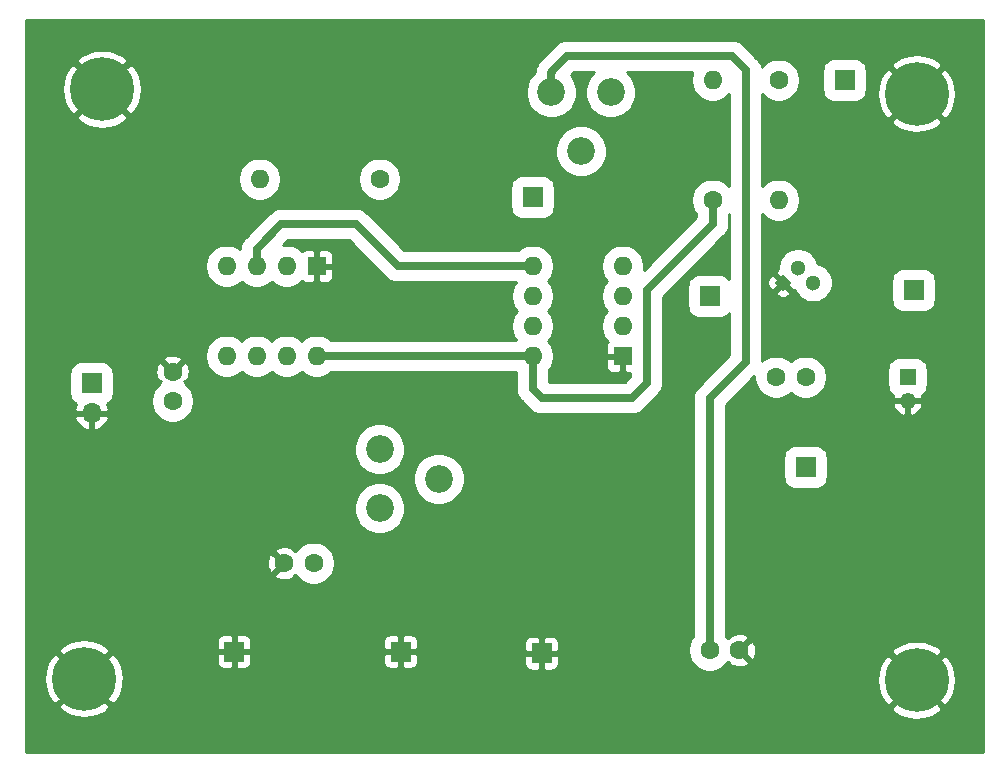
<source format=gbr>
%TF.GenerationSoftware,KiCad,Pcbnew,(5.1.6)-1*%
%TF.CreationDate,2020-10-03T13:42:35-07:00*%
%TF.ProjectId,mini project newest,6d696e69-2070-4726-9f6a-656374206e65,rev?*%
%TF.SameCoordinates,Original*%
%TF.FileFunction,Copper,L1,Top*%
%TF.FilePolarity,Positive*%
%FSLAX46Y46*%
G04 Gerber Fmt 4.6, Leading zero omitted, Abs format (unit mm)*
G04 Created by KiCad (PCBNEW (5.1.6)-1) date 2020-10-03 13:42:35*
%MOMM*%
%LPD*%
G01*
G04 APERTURE LIST*
%TA.AperFunction,ComponentPad*%
%ADD10C,0.100000*%
%TD*%
%TA.AperFunction,ComponentPad*%
%ADD11C,1.300000*%
%TD*%
%TA.AperFunction,ComponentPad*%
%ADD12O,1.700000X1.700000*%
%TD*%
%TA.AperFunction,ComponentPad*%
%ADD13R,1.700000X1.700000*%
%TD*%
%TA.AperFunction,ComponentPad*%
%ADD14O,1.600000X1.600000*%
%TD*%
%TA.AperFunction,ComponentPad*%
%ADD15R,1.600000X1.600000*%
%TD*%
%TA.AperFunction,ComponentPad*%
%ADD16R,1.676400X1.676400*%
%TD*%
%TA.AperFunction,ComponentPad*%
%ADD17C,2.340000*%
%TD*%
%TA.AperFunction,ComponentPad*%
%ADD18C,1.600000*%
%TD*%
%TA.AperFunction,ComponentPad*%
%ADD19O,1.350000X1.350000*%
%TD*%
%TA.AperFunction,ComponentPad*%
%ADD20R,1.350000X1.350000*%
%TD*%
%TA.AperFunction,ComponentPad*%
%ADD21C,5.399999*%
%TD*%
%TA.AperFunction,ViaPad*%
%ADD22C,0.800000*%
%TD*%
%TA.AperFunction,Conductor*%
%ADD23C,0.701040*%
%TD*%
%TA.AperFunction,Conductor*%
%ADD24C,0.254000*%
%TD*%
G04 APERTURE END LIST*
%TA.AperFunction,ComponentPad*%
D10*
%TO.P,Q1,1*%
%TO.N,Earth*%
G36*
X170307000Y-90761420D02*
G01*
X169588580Y-90043000D01*
X170307000Y-89324580D01*
X171025420Y-90043000D01*
X170307000Y-90761420D01*
G37*
%TD.AperFunction*%
D11*
%TO.P,Q1,3*%
%TO.N,Net-(C4-Pad2)*%
X172847000Y-90043000D03*
%TO.P,Q1,2*%
%TO.N,Net-(Q1-Pad2)*%
X171577000Y-88773000D03*
%TD*%
D12*
%TO.P,J1,2*%
%TO.N,Earth*%
X111760000Y-101108000D03*
D13*
%TO.P,J1,1*%
%TO.N,+9V*%
X111760000Y-98568000D03*
%TD*%
D14*
%TO.P,U1,8*%
%TO.N,+9V*%
X130810000Y-96266000D03*
%TO.P,U1,4*%
X123190000Y-88646000D03*
%TO.P,U1,7*%
%TO.N,Net-(R1-Pad1)*%
X128270000Y-96266000D03*
%TO.P,U1,3*%
%TO.N,Net-(TP4-Pad1)*%
X125730000Y-88646000D03*
%TO.P,U1,6*%
%TO.N,Net-(C2-Pad1)*%
X125730000Y-96266000D03*
%TO.P,U1,2*%
X128270000Y-88646000D03*
%TO.P,U1,5*%
%TO.N,Net-(C1-Pad1)*%
X123190000Y-96266000D03*
D15*
%TO.P,U1,1*%
%TO.N,Earth*%
X130810000Y-88646000D03*
%TD*%
D14*
%TO.P,U2,8*%
%TO.N,+9V*%
X149098000Y-96266000D03*
%TO.P,U2,4*%
X156718000Y-88646000D03*
%TO.P,U2,7*%
%TO.N,Net-(R2-Pad2)*%
X149098000Y-93726000D03*
%TO.P,U2,3*%
%TO.N,Net-(Q1-Pad2)*%
X156718000Y-91186000D03*
%TO.P,U2,6*%
%TO.N,Net-(C3-Pad1)*%
X149098000Y-91186000D03*
%TO.P,U2,2*%
X156718000Y-93726000D03*
%TO.P,U2,5*%
%TO.N,Net-(TP4-Pad1)*%
X149098000Y-88646000D03*
D15*
%TO.P,U2,1*%
%TO.N,Earth*%
X156718000Y-96266000D03*
%TD*%
D16*
%TO.P,TP8,1*%
%TO.N,Net-(C4-Pad1)*%
X172212000Y-105664000D03*
%TD*%
%TO.P,TP7,1*%
%TO.N,Net-(C4-Pad2)*%
X181356000Y-90678000D03*
%TD*%
%TO.P,TP6,1*%
%TO.N,+9V*%
X175514000Y-72898000D03*
%TD*%
%TO.P,TP5,1*%
%TO.N,Net-(Q1-Pad2)*%
X164084000Y-91186000D03*
%TD*%
%TO.P,TP4,1*%
%TO.N,Net-(TP4-Pad1)*%
X149098000Y-82804000D03*
%TD*%
%TO.P,TP3,1*%
%TO.N,Earth*%
X149860000Y-121412000D03*
%TD*%
%TO.P,TP2,1*%
%TO.N,Earth*%
X137922000Y-121285000D03*
%TD*%
%TO.P,TP1,1*%
%TO.N,Earth*%
X123825000Y-121285000D03*
%TD*%
D17*
%TO.P,RV2,1*%
%TO.N,Net-(R2-Pad2)*%
X155702000Y-73914000D03*
%TO.P,RV2,2*%
%TO.N,Net-(C3-Pad1)*%
X153202000Y-78914000D03*
%TO.P,RV2,3*%
X150702000Y-73914000D03*
%TD*%
%TO.P,RV1,1*%
%TO.N,Net-(R1-Pad1)*%
X136144000Y-104140000D03*
%TO.P,RV1,2*%
%TO.N,Net-(C2-Pad1)*%
X141144000Y-106640000D03*
%TO.P,RV1,3*%
X136144000Y-109140000D03*
%TD*%
D14*
%TO.P,R3,2*%
%TO.N,Net-(C4-Pad2)*%
X169926000Y-83058000D03*
D18*
%TO.P,R3,1*%
%TO.N,+9V*%
X169926000Y-72898000D03*
%TD*%
D14*
%TO.P,R2,2*%
%TO.N,Net-(R2-Pad2)*%
X164338000Y-72898000D03*
D18*
%TO.P,R2,1*%
%TO.N,+9V*%
X164338000Y-83058000D03*
%TD*%
D14*
%TO.P,R1,2*%
%TO.N,+9V*%
X125984000Y-81280000D03*
D18*
%TO.P,R1,1*%
%TO.N,Net-(R1-Pad1)*%
X136144000Y-81280000D03*
%TD*%
D19*
%TO.P,LS1,2*%
%TO.N,Earth*%
X180848000Y-100044000D03*
D20*
%TO.P,LS1,1*%
%TO.N,Net-(C4-Pad1)*%
X180848000Y-98044000D03*
%TD*%
D21*
%TO.P,H3,1*%
%TO.N,Earth*%
X181610000Y-123698000D03*
%TD*%
D18*
%TO.P,C4,2*%
%TO.N,Net-(C4-Pad2)*%
X169712000Y-98044000D03*
%TO.P,C4,1*%
%TO.N,Net-(C4-Pad1)*%
X172212000Y-98044000D03*
%TD*%
%TO.P,C3,2*%
%TO.N,Earth*%
X166584000Y-121158000D03*
%TO.P,C3,1*%
%TO.N,Net-(C3-Pad1)*%
X164084000Y-121158000D03*
%TD*%
%TO.P,C2,2*%
%TO.N,Earth*%
X128056000Y-113792000D03*
%TO.P,C2,1*%
%TO.N,Net-(C2-Pad1)*%
X130556000Y-113792000D03*
%TD*%
%TO.P,C1,2*%
%TO.N,Earth*%
X118618000Y-97576000D03*
%TO.P,C1,1*%
%TO.N,Net-(C1-Pad1)*%
X118618000Y-100076000D03*
%TD*%
D21*
%TO.P,H1,1*%
%TO.N,Earth*%
X112649000Y-73660000D03*
%TD*%
%TO.P,H2,1*%
%TO.N,Earth*%
X181610000Y-74041000D03*
%TD*%
%TO.P,H4,1*%
%TO.N,Earth*%
X111125000Y-123571000D03*
%TD*%
D22*
%TO.N,Earth*%
X139192000Y-92456000D03*
X138938000Y-85090000D03*
X139192000Y-99060000D03*
X157988000Y-84582000D03*
X159766000Y-77978000D03*
X151892000Y-83058000D03*
X147320000Y-85344000D03*
X145796000Y-91948000D03*
X125222000Y-85090000D03*
X177292000Y-87376000D03*
%TD*%
D23*
%TO.N,Net-(C3-Pad1)*%
X164084000Y-99822000D02*
X164084000Y-121158000D01*
X167132000Y-96774000D02*
X164084000Y-99822000D01*
X150702000Y-72259371D02*
X150749000Y-72212371D01*
X150702000Y-73914000D02*
X150702000Y-72259371D01*
X150749000Y-72212371D02*
X150749000Y-72136000D01*
X152036681Y-70848319D02*
X165971319Y-70848319D01*
X150749000Y-72136000D02*
X152036681Y-70848319D01*
X167132000Y-72009000D02*
X167132000Y-96774000D01*
X165971319Y-70848319D02*
X167132000Y-72009000D01*
%TO.N,+9V*%
X149098000Y-96266000D02*
X130810000Y-96266000D01*
X164338000Y-85090000D02*
X164338000Y-83058000D01*
X158767681Y-90660319D02*
X164338000Y-85090000D01*
X149098000Y-99060000D02*
X149860000Y-99822000D01*
X149098000Y-96266000D02*
X149098000Y-99060000D01*
X149860000Y-99822000D02*
X157480000Y-99822000D01*
X157480000Y-99822000D02*
X158767681Y-98534319D01*
X158767681Y-98534319D02*
X158767681Y-90660319D01*
%TO.N,Net-(TP4-Pad1)*%
X125730000Y-87171833D02*
X125730000Y-88646000D01*
X127811833Y-85090000D02*
X125730000Y-87171833D01*
X137668000Y-88646000D02*
X134112000Y-85090000D01*
X134112000Y-85090000D02*
X127811833Y-85090000D01*
X149098000Y-88646000D02*
X137668000Y-88646000D01*
%TD*%
D24*
%TO.N,Earth*%
G36*
X187198000Y-129794000D02*
G01*
X106172000Y-129794000D01*
X106172000Y-125916373D01*
X108959232Y-125916373D01*
X109259412Y-126354827D01*
X109838356Y-126665294D01*
X110466746Y-126856850D01*
X111120431Y-126922132D01*
X111774293Y-126858633D01*
X112403202Y-126668792D01*
X112982992Y-126359903D01*
X112990588Y-126354827D01*
X113203819Y-126043373D01*
X179444232Y-126043373D01*
X179744412Y-126481827D01*
X180323356Y-126792294D01*
X180951746Y-126983850D01*
X181605431Y-127049132D01*
X182259293Y-126985633D01*
X182888202Y-126795792D01*
X183467992Y-126486903D01*
X183475588Y-126481827D01*
X183775768Y-126043373D01*
X181610000Y-123877605D01*
X179444232Y-126043373D01*
X113203819Y-126043373D01*
X113290768Y-125916373D01*
X111125000Y-123750605D01*
X108959232Y-125916373D01*
X106172000Y-125916373D01*
X106172000Y-123566431D01*
X107773868Y-123566431D01*
X107837367Y-124220293D01*
X108027208Y-124849202D01*
X108336097Y-125428992D01*
X108341173Y-125436588D01*
X108779627Y-125736768D01*
X110945395Y-123571000D01*
X111304605Y-123571000D01*
X113470373Y-125736768D01*
X113908827Y-125436588D01*
X114219294Y-124857644D01*
X114410850Y-124229254D01*
X114464361Y-123693431D01*
X178258868Y-123693431D01*
X178322367Y-124347293D01*
X178512208Y-124976202D01*
X178821097Y-125555992D01*
X178826173Y-125563588D01*
X179264627Y-125863768D01*
X181430395Y-123698000D01*
X181789605Y-123698000D01*
X183955373Y-125863768D01*
X184393827Y-125563588D01*
X184704294Y-124984644D01*
X184895850Y-124356254D01*
X184961132Y-123702569D01*
X184897633Y-123048707D01*
X184707792Y-122419798D01*
X184398903Y-121840008D01*
X184393827Y-121832412D01*
X183955373Y-121532232D01*
X181789605Y-123698000D01*
X181430395Y-123698000D01*
X179264627Y-121532232D01*
X178826173Y-121832412D01*
X178515706Y-122411356D01*
X178324150Y-123039746D01*
X178258868Y-123693431D01*
X114464361Y-123693431D01*
X114476132Y-123575569D01*
X114412633Y-122921707D01*
X114222792Y-122292798D01*
X114132437Y-122123200D01*
X122348728Y-122123200D01*
X122360988Y-122247682D01*
X122397298Y-122367380D01*
X122456263Y-122477694D01*
X122535615Y-122574385D01*
X122632306Y-122653737D01*
X122742620Y-122712702D01*
X122862318Y-122749012D01*
X122986800Y-122761272D01*
X123539250Y-122758200D01*
X123698000Y-122599450D01*
X123698000Y-121412000D01*
X123952000Y-121412000D01*
X123952000Y-122599450D01*
X124110750Y-122758200D01*
X124663200Y-122761272D01*
X124787682Y-122749012D01*
X124907380Y-122712702D01*
X125017694Y-122653737D01*
X125114385Y-122574385D01*
X125193737Y-122477694D01*
X125252702Y-122367380D01*
X125289012Y-122247682D01*
X125301272Y-122123200D01*
X136445728Y-122123200D01*
X136457988Y-122247682D01*
X136494298Y-122367380D01*
X136553263Y-122477694D01*
X136632615Y-122574385D01*
X136729306Y-122653737D01*
X136839620Y-122712702D01*
X136959318Y-122749012D01*
X137083800Y-122761272D01*
X137636250Y-122758200D01*
X137795000Y-122599450D01*
X137795000Y-121412000D01*
X138049000Y-121412000D01*
X138049000Y-122599450D01*
X138207750Y-122758200D01*
X138760200Y-122761272D01*
X138884682Y-122749012D01*
X139004380Y-122712702D01*
X139114694Y-122653737D01*
X139211385Y-122574385D01*
X139290737Y-122477694D01*
X139349702Y-122367380D01*
X139385248Y-122250200D01*
X148383728Y-122250200D01*
X148395988Y-122374682D01*
X148432298Y-122494380D01*
X148491263Y-122604694D01*
X148570615Y-122701385D01*
X148667306Y-122780737D01*
X148777620Y-122839702D01*
X148897318Y-122876012D01*
X149021800Y-122888272D01*
X149574250Y-122885200D01*
X149733000Y-122726450D01*
X149733000Y-121539000D01*
X149987000Y-121539000D01*
X149987000Y-122726450D01*
X150145750Y-122885200D01*
X150698200Y-122888272D01*
X150822682Y-122876012D01*
X150942380Y-122839702D01*
X151052694Y-122780737D01*
X151149385Y-122701385D01*
X151228737Y-122604694D01*
X151287702Y-122494380D01*
X151324012Y-122374682D01*
X151336272Y-122250200D01*
X151333200Y-121697750D01*
X151174450Y-121539000D01*
X149987000Y-121539000D01*
X149733000Y-121539000D01*
X148545550Y-121539000D01*
X148386800Y-121697750D01*
X148383728Y-122250200D01*
X139385248Y-122250200D01*
X139386012Y-122247682D01*
X139398272Y-122123200D01*
X139395200Y-121570750D01*
X139236450Y-121412000D01*
X138049000Y-121412000D01*
X137795000Y-121412000D01*
X136607550Y-121412000D01*
X136448800Y-121570750D01*
X136445728Y-122123200D01*
X125301272Y-122123200D01*
X125298200Y-121570750D01*
X125139450Y-121412000D01*
X123952000Y-121412000D01*
X123698000Y-121412000D01*
X122510550Y-121412000D01*
X122351800Y-121570750D01*
X122348728Y-122123200D01*
X114132437Y-122123200D01*
X113913903Y-121713008D01*
X113908827Y-121705412D01*
X113470373Y-121405232D01*
X111304605Y-123571000D01*
X110945395Y-123571000D01*
X108779627Y-121405232D01*
X108341173Y-121705412D01*
X108030706Y-122284356D01*
X107839150Y-122912746D01*
X107773868Y-123566431D01*
X106172000Y-123566431D01*
X106172000Y-121225627D01*
X108959232Y-121225627D01*
X111125000Y-123391395D01*
X113290768Y-121225627D01*
X112990588Y-120787173D01*
X112411644Y-120476706D01*
X112313539Y-120446800D01*
X122348728Y-120446800D01*
X122351800Y-120999250D01*
X122510550Y-121158000D01*
X123698000Y-121158000D01*
X123698000Y-119970550D01*
X123952000Y-119970550D01*
X123952000Y-121158000D01*
X125139450Y-121158000D01*
X125298200Y-120999250D01*
X125301272Y-120446800D01*
X136445728Y-120446800D01*
X136448800Y-120999250D01*
X136607550Y-121158000D01*
X137795000Y-121158000D01*
X137795000Y-119970550D01*
X138049000Y-119970550D01*
X138049000Y-121158000D01*
X139236450Y-121158000D01*
X139395200Y-120999250D01*
X139397565Y-120573800D01*
X148383728Y-120573800D01*
X148386800Y-121126250D01*
X148545550Y-121285000D01*
X149733000Y-121285000D01*
X149733000Y-120097550D01*
X149987000Y-120097550D01*
X149987000Y-121285000D01*
X151174450Y-121285000D01*
X151333200Y-121126250D01*
X151336272Y-120573800D01*
X151324012Y-120449318D01*
X151287702Y-120329620D01*
X151228737Y-120219306D01*
X151149385Y-120122615D01*
X151052694Y-120043263D01*
X150942380Y-119984298D01*
X150822682Y-119947988D01*
X150698200Y-119935728D01*
X150145750Y-119938800D01*
X149987000Y-120097550D01*
X149733000Y-120097550D01*
X149574250Y-119938800D01*
X149021800Y-119935728D01*
X148897318Y-119947988D01*
X148777620Y-119984298D01*
X148667306Y-120043263D01*
X148570615Y-120122615D01*
X148491263Y-120219306D01*
X148432298Y-120329620D01*
X148395988Y-120449318D01*
X148383728Y-120573800D01*
X139397565Y-120573800D01*
X139398272Y-120446800D01*
X139386012Y-120322318D01*
X139349702Y-120202620D01*
X139290737Y-120092306D01*
X139211385Y-119995615D01*
X139114694Y-119916263D01*
X139004380Y-119857298D01*
X138884682Y-119820988D01*
X138760200Y-119808728D01*
X138207750Y-119811800D01*
X138049000Y-119970550D01*
X137795000Y-119970550D01*
X137636250Y-119811800D01*
X137083800Y-119808728D01*
X136959318Y-119820988D01*
X136839620Y-119857298D01*
X136729306Y-119916263D01*
X136632615Y-119995615D01*
X136553263Y-120092306D01*
X136494298Y-120202620D01*
X136457988Y-120322318D01*
X136445728Y-120446800D01*
X125301272Y-120446800D01*
X125289012Y-120322318D01*
X125252702Y-120202620D01*
X125193737Y-120092306D01*
X125114385Y-119995615D01*
X125017694Y-119916263D01*
X124907380Y-119857298D01*
X124787682Y-119820988D01*
X124663200Y-119808728D01*
X124110750Y-119811800D01*
X123952000Y-119970550D01*
X123698000Y-119970550D01*
X123539250Y-119811800D01*
X122986800Y-119808728D01*
X122862318Y-119820988D01*
X122742620Y-119857298D01*
X122632306Y-119916263D01*
X122535615Y-119995615D01*
X122456263Y-120092306D01*
X122397298Y-120202620D01*
X122360988Y-120322318D01*
X122348728Y-120446800D01*
X112313539Y-120446800D01*
X111783254Y-120285150D01*
X111129569Y-120219868D01*
X110475707Y-120283367D01*
X109846798Y-120473208D01*
X109267008Y-120782097D01*
X109259412Y-120787173D01*
X108959232Y-121225627D01*
X106172000Y-121225627D01*
X106172000Y-113862512D01*
X126615783Y-113862512D01*
X126657213Y-114142130D01*
X126752397Y-114408292D01*
X126819329Y-114533514D01*
X127063298Y-114605097D01*
X127876395Y-113792000D01*
X127063298Y-112978903D01*
X126819329Y-113050486D01*
X126698429Y-113305996D01*
X126629700Y-113580184D01*
X126615783Y-113862512D01*
X106172000Y-113862512D01*
X106172000Y-112799298D01*
X127242903Y-112799298D01*
X128056000Y-113612395D01*
X128070143Y-113598253D01*
X128249748Y-113777858D01*
X128235605Y-113792000D01*
X128249748Y-113806143D01*
X128070143Y-113985748D01*
X128056000Y-113971605D01*
X127242903Y-114784702D01*
X127314486Y-115028671D01*
X127569996Y-115149571D01*
X127844184Y-115218300D01*
X128126512Y-115232217D01*
X128406130Y-115190787D01*
X128672292Y-115095603D01*
X128797514Y-115028671D01*
X128869097Y-114784704D01*
X128985370Y-114900977D01*
X129054500Y-114831847D01*
X129137529Y-114956109D01*
X129391891Y-115210471D01*
X129690989Y-115410322D01*
X130023329Y-115547982D01*
X130376139Y-115618160D01*
X130735861Y-115618160D01*
X131088671Y-115547982D01*
X131421011Y-115410322D01*
X131720109Y-115210471D01*
X131974471Y-114956109D01*
X132174322Y-114657011D01*
X132311982Y-114324671D01*
X132382160Y-113971861D01*
X132382160Y-113612139D01*
X132311982Y-113259329D01*
X132174322Y-112926989D01*
X131974471Y-112627891D01*
X131720109Y-112373529D01*
X131421011Y-112173678D01*
X131088671Y-112036018D01*
X130735861Y-111965840D01*
X130376139Y-111965840D01*
X130023329Y-112036018D01*
X129690989Y-112173678D01*
X129391891Y-112373529D01*
X129137529Y-112627891D01*
X129054500Y-112752153D01*
X128985370Y-112683023D01*
X128869097Y-112799296D01*
X128797514Y-112555329D01*
X128542004Y-112434429D01*
X128267816Y-112365700D01*
X127985488Y-112351783D01*
X127705870Y-112393213D01*
X127439708Y-112488397D01*
X127314486Y-112555329D01*
X127242903Y-112799298D01*
X106172000Y-112799298D01*
X106172000Y-108923697D01*
X133947840Y-108923697D01*
X133947840Y-109356303D01*
X134032237Y-109780596D01*
X134197789Y-110180272D01*
X134438131Y-110539970D01*
X134744030Y-110845869D01*
X135103728Y-111086211D01*
X135503404Y-111251763D01*
X135927697Y-111336160D01*
X136360303Y-111336160D01*
X136784596Y-111251763D01*
X137184272Y-111086211D01*
X137543970Y-110845869D01*
X137849869Y-110539970D01*
X138090211Y-110180272D01*
X138255763Y-109780596D01*
X138340160Y-109356303D01*
X138340160Y-108923697D01*
X138255763Y-108499404D01*
X138090211Y-108099728D01*
X137849869Y-107740030D01*
X137543970Y-107434131D01*
X137184272Y-107193789D01*
X136784596Y-107028237D01*
X136360303Y-106943840D01*
X135927697Y-106943840D01*
X135503404Y-107028237D01*
X135103728Y-107193789D01*
X134744030Y-107434131D01*
X134438131Y-107740030D01*
X134197789Y-108099728D01*
X134032237Y-108499404D01*
X133947840Y-108923697D01*
X106172000Y-108923697D01*
X106172000Y-106423697D01*
X138947840Y-106423697D01*
X138947840Y-106856303D01*
X139032237Y-107280596D01*
X139197789Y-107680272D01*
X139438131Y-108039970D01*
X139744030Y-108345869D01*
X140103728Y-108586211D01*
X140503404Y-108751763D01*
X140927697Y-108836160D01*
X141360303Y-108836160D01*
X141784596Y-108751763D01*
X142184272Y-108586211D01*
X142543970Y-108345869D01*
X142849869Y-108039970D01*
X143090211Y-107680272D01*
X143255763Y-107280596D01*
X143340160Y-106856303D01*
X143340160Y-106423697D01*
X143255763Y-105999404D01*
X143090211Y-105599728D01*
X142849869Y-105240030D01*
X142543970Y-104934131D01*
X142184272Y-104693789D01*
X141784596Y-104528237D01*
X141360303Y-104443840D01*
X140927697Y-104443840D01*
X140503404Y-104528237D01*
X140103728Y-104693789D01*
X139744030Y-104934131D01*
X139438131Y-105240030D01*
X139197789Y-105599728D01*
X139032237Y-105999404D01*
X138947840Y-106423697D01*
X106172000Y-106423697D01*
X106172000Y-103923697D01*
X133947840Y-103923697D01*
X133947840Y-104356303D01*
X134032237Y-104780596D01*
X134197789Y-105180272D01*
X134438131Y-105539970D01*
X134744030Y-105845869D01*
X135103728Y-106086211D01*
X135503404Y-106251763D01*
X135927697Y-106336160D01*
X136360303Y-106336160D01*
X136784596Y-106251763D01*
X137184272Y-106086211D01*
X137543970Y-105845869D01*
X137849869Y-105539970D01*
X138090211Y-105180272D01*
X138255763Y-104780596D01*
X138340160Y-104356303D01*
X138340160Y-103923697D01*
X138255763Y-103499404D01*
X138090211Y-103099728D01*
X137849869Y-102740030D01*
X137543970Y-102434131D01*
X137184272Y-102193789D01*
X136784596Y-102028237D01*
X136360303Y-101943840D01*
X135927697Y-101943840D01*
X135503404Y-102028237D01*
X135103728Y-102193789D01*
X134744030Y-102434131D01*
X134438131Y-102740030D01*
X134197789Y-103099728D01*
X134032237Y-103499404D01*
X133947840Y-103923697D01*
X106172000Y-103923697D01*
X106172000Y-101464890D01*
X110318524Y-101464890D01*
X110363175Y-101612099D01*
X110488359Y-101874920D01*
X110662412Y-102108269D01*
X110878645Y-102303178D01*
X111128748Y-102452157D01*
X111403109Y-102549481D01*
X111633000Y-102428814D01*
X111633000Y-101235000D01*
X111887000Y-101235000D01*
X111887000Y-102428814D01*
X112116891Y-102549481D01*
X112391252Y-102452157D01*
X112641355Y-102303178D01*
X112857588Y-102108269D01*
X113031641Y-101874920D01*
X113156825Y-101612099D01*
X113201476Y-101464890D01*
X113080155Y-101235000D01*
X111887000Y-101235000D01*
X111633000Y-101235000D01*
X110439845Y-101235000D01*
X110318524Y-101464890D01*
X106172000Y-101464890D01*
X106172000Y-97718000D01*
X109878875Y-97718000D01*
X109878875Y-99418000D01*
X109898688Y-99619163D01*
X109957365Y-99812594D01*
X110052651Y-99990862D01*
X110180885Y-100147115D01*
X110337138Y-100275349D01*
X110482627Y-100353114D01*
X110363175Y-100603901D01*
X110318524Y-100751110D01*
X110439845Y-100981000D01*
X111633000Y-100981000D01*
X111633000Y-100961000D01*
X111887000Y-100961000D01*
X111887000Y-100981000D01*
X113080155Y-100981000D01*
X113201476Y-100751110D01*
X113156825Y-100603901D01*
X113037373Y-100353114D01*
X113182862Y-100275349D01*
X113339115Y-100147115D01*
X113467349Y-99990862D01*
X113517979Y-99896139D01*
X116791840Y-99896139D01*
X116791840Y-100255861D01*
X116862018Y-100608671D01*
X116999678Y-100941011D01*
X117199529Y-101240109D01*
X117453891Y-101494471D01*
X117752989Y-101694322D01*
X118085329Y-101831982D01*
X118438139Y-101902160D01*
X118797861Y-101902160D01*
X119150671Y-101831982D01*
X119483011Y-101694322D01*
X119782109Y-101494471D01*
X120036471Y-101240109D01*
X120236322Y-100941011D01*
X120373982Y-100608671D01*
X120444160Y-100255861D01*
X120444160Y-99896139D01*
X120373982Y-99543329D01*
X120236322Y-99210989D01*
X120036471Y-98911891D01*
X119782109Y-98657529D01*
X119657847Y-98574500D01*
X119726977Y-98505370D01*
X119610704Y-98389097D01*
X119854671Y-98317514D01*
X119975571Y-98062004D01*
X120044300Y-97787816D01*
X120058217Y-97505488D01*
X120016787Y-97225870D01*
X119921603Y-96959708D01*
X119854671Y-96834486D01*
X119610702Y-96762903D01*
X118797605Y-97576000D01*
X118811748Y-97590143D01*
X118632143Y-97769748D01*
X118618000Y-97755605D01*
X118603858Y-97769748D01*
X118424253Y-97590143D01*
X118438395Y-97576000D01*
X117625298Y-96762903D01*
X117381329Y-96834486D01*
X117260429Y-97089996D01*
X117191700Y-97364184D01*
X117177783Y-97646512D01*
X117219213Y-97926130D01*
X117314397Y-98192292D01*
X117381329Y-98317514D01*
X117625296Y-98389097D01*
X117509023Y-98505370D01*
X117578153Y-98574500D01*
X117453891Y-98657529D01*
X117199529Y-98911891D01*
X116999678Y-99210989D01*
X116862018Y-99543329D01*
X116791840Y-99896139D01*
X113517979Y-99896139D01*
X113562635Y-99812594D01*
X113621312Y-99619163D01*
X113641125Y-99418000D01*
X113641125Y-97718000D01*
X113621312Y-97516837D01*
X113562635Y-97323406D01*
X113467349Y-97145138D01*
X113339115Y-96988885D01*
X113182862Y-96860651D01*
X113004594Y-96765365D01*
X112811163Y-96706688D01*
X112610000Y-96686875D01*
X110910000Y-96686875D01*
X110708837Y-96706688D01*
X110515406Y-96765365D01*
X110337138Y-96860651D01*
X110180885Y-96988885D01*
X110052651Y-97145138D01*
X109957365Y-97323406D01*
X109898688Y-97516837D01*
X109878875Y-97718000D01*
X106172000Y-97718000D01*
X106172000Y-96583298D01*
X117804903Y-96583298D01*
X118618000Y-97396395D01*
X119431097Y-96583298D01*
X119359514Y-96339329D01*
X119104004Y-96218429D01*
X118829816Y-96149700D01*
X118547488Y-96135783D01*
X118267870Y-96177213D01*
X118001708Y-96272397D01*
X117876486Y-96339329D01*
X117804903Y-96583298D01*
X106172000Y-96583298D01*
X106172000Y-88466139D01*
X121363840Y-88466139D01*
X121363840Y-88825861D01*
X121434018Y-89178671D01*
X121571678Y-89511011D01*
X121771529Y-89810109D01*
X122025891Y-90064471D01*
X122324989Y-90264322D01*
X122657329Y-90401982D01*
X123010139Y-90472160D01*
X123369861Y-90472160D01*
X123722671Y-90401982D01*
X124055011Y-90264322D01*
X124354109Y-90064471D01*
X124460000Y-89958580D01*
X124565891Y-90064471D01*
X124864989Y-90264322D01*
X125197329Y-90401982D01*
X125550139Y-90472160D01*
X125909861Y-90472160D01*
X126262671Y-90401982D01*
X126595011Y-90264322D01*
X126894109Y-90064471D01*
X127000000Y-89958580D01*
X127105891Y-90064471D01*
X127404989Y-90264322D01*
X127737329Y-90401982D01*
X128090139Y-90472160D01*
X128449861Y-90472160D01*
X128802671Y-90401982D01*
X129135011Y-90264322D01*
X129434109Y-90064471D01*
X129582202Y-89916378D01*
X129655506Y-89976537D01*
X129765820Y-90035502D01*
X129885518Y-90071812D01*
X130010000Y-90084072D01*
X130524250Y-90081000D01*
X130683000Y-89922250D01*
X130683000Y-88773000D01*
X130937000Y-88773000D01*
X130937000Y-89922250D01*
X131095750Y-90081000D01*
X131610000Y-90084072D01*
X131734482Y-90071812D01*
X131854180Y-90035502D01*
X131964494Y-89976537D01*
X132061185Y-89897185D01*
X132140537Y-89800494D01*
X132199502Y-89690180D01*
X132235812Y-89570482D01*
X132248072Y-89446000D01*
X132245000Y-88931750D01*
X132086250Y-88773000D01*
X130937000Y-88773000D01*
X130683000Y-88773000D01*
X130663000Y-88773000D01*
X130663000Y-88519000D01*
X130683000Y-88519000D01*
X130683000Y-87369750D01*
X130937000Y-87369750D01*
X130937000Y-88519000D01*
X132086250Y-88519000D01*
X132245000Y-88360250D01*
X132248072Y-87846000D01*
X132235812Y-87721518D01*
X132199502Y-87601820D01*
X132140537Y-87491506D01*
X132061185Y-87394815D01*
X131964494Y-87315463D01*
X131854180Y-87256498D01*
X131734482Y-87220188D01*
X131610000Y-87207928D01*
X131095750Y-87211000D01*
X130937000Y-87369750D01*
X130683000Y-87369750D01*
X130524250Y-87211000D01*
X130010000Y-87207928D01*
X129885518Y-87220188D01*
X129765820Y-87256498D01*
X129655506Y-87315463D01*
X129582202Y-87375622D01*
X129434109Y-87227529D01*
X129135011Y-87027678D01*
X128802671Y-86890018D01*
X128449861Y-86819840D01*
X128090139Y-86819840D01*
X128013710Y-86835043D01*
X128382073Y-86466680D01*
X133541762Y-86466680D01*
X136646719Y-89571639D01*
X136689830Y-89624170D01*
X136899457Y-89796206D01*
X137078256Y-89891776D01*
X137138618Y-89924040D01*
X137398123Y-90002760D01*
X137424391Y-90005347D01*
X137600371Y-90022680D01*
X137600378Y-90022680D01*
X137667999Y-90029340D01*
X137735621Y-90022680D01*
X147679002Y-90022680D01*
X147479678Y-90320989D01*
X147342018Y-90653329D01*
X147271840Y-91006139D01*
X147271840Y-91365861D01*
X147342018Y-91718671D01*
X147479678Y-92051011D01*
X147679529Y-92350109D01*
X147785420Y-92456000D01*
X147679529Y-92561891D01*
X147479678Y-92860989D01*
X147342018Y-93193329D01*
X147271840Y-93546139D01*
X147271840Y-93905861D01*
X147342018Y-94258671D01*
X147479678Y-94591011D01*
X147679002Y-94889320D01*
X132015900Y-94889320D01*
X131974109Y-94847529D01*
X131675011Y-94647678D01*
X131342671Y-94510018D01*
X130989861Y-94439840D01*
X130630139Y-94439840D01*
X130277329Y-94510018D01*
X129944989Y-94647678D01*
X129645891Y-94847529D01*
X129540000Y-94953420D01*
X129434109Y-94847529D01*
X129135011Y-94647678D01*
X128802671Y-94510018D01*
X128449861Y-94439840D01*
X128090139Y-94439840D01*
X127737329Y-94510018D01*
X127404989Y-94647678D01*
X127105891Y-94847529D01*
X127000000Y-94953420D01*
X126894109Y-94847529D01*
X126595011Y-94647678D01*
X126262671Y-94510018D01*
X125909861Y-94439840D01*
X125550139Y-94439840D01*
X125197329Y-94510018D01*
X124864989Y-94647678D01*
X124565891Y-94847529D01*
X124460000Y-94953420D01*
X124354109Y-94847529D01*
X124055011Y-94647678D01*
X123722671Y-94510018D01*
X123369861Y-94439840D01*
X123010139Y-94439840D01*
X122657329Y-94510018D01*
X122324989Y-94647678D01*
X122025891Y-94847529D01*
X121771529Y-95101891D01*
X121571678Y-95400989D01*
X121434018Y-95733329D01*
X121363840Y-96086139D01*
X121363840Y-96445861D01*
X121434018Y-96798671D01*
X121571678Y-97131011D01*
X121771529Y-97430109D01*
X122025891Y-97684471D01*
X122324989Y-97884322D01*
X122657329Y-98021982D01*
X123010139Y-98092160D01*
X123369861Y-98092160D01*
X123722671Y-98021982D01*
X124055011Y-97884322D01*
X124354109Y-97684471D01*
X124460000Y-97578580D01*
X124565891Y-97684471D01*
X124864989Y-97884322D01*
X125197329Y-98021982D01*
X125550139Y-98092160D01*
X125909861Y-98092160D01*
X126262671Y-98021982D01*
X126595011Y-97884322D01*
X126894109Y-97684471D01*
X127000000Y-97578580D01*
X127105891Y-97684471D01*
X127404989Y-97884322D01*
X127737329Y-98021982D01*
X128090139Y-98092160D01*
X128449861Y-98092160D01*
X128802671Y-98021982D01*
X129135011Y-97884322D01*
X129434109Y-97684471D01*
X129540000Y-97578580D01*
X129645891Y-97684471D01*
X129944989Y-97884322D01*
X130277329Y-98021982D01*
X130630139Y-98092160D01*
X130989861Y-98092160D01*
X131342671Y-98021982D01*
X131675011Y-97884322D01*
X131974109Y-97684471D01*
X132015900Y-97642680D01*
X147721320Y-97642680D01*
X147721321Y-98992361D01*
X147714659Y-99060000D01*
X147741240Y-99329876D01*
X147819960Y-99589381D01*
X147905880Y-99750125D01*
X147947795Y-99828543D01*
X148119831Y-100038170D01*
X148172367Y-100081285D01*
X148838710Y-100747628D01*
X148881830Y-100800170D01*
X149091457Y-100972206D01*
X149330618Y-101100040D01*
X149460371Y-101139400D01*
X149590123Y-101178760D01*
X149860000Y-101205341D01*
X149927629Y-101198680D01*
X157412371Y-101198680D01*
X157480000Y-101205341D01*
X157749876Y-101178760D01*
X158009382Y-101100040D01*
X158248543Y-100972206D01*
X158458170Y-100800170D01*
X158501290Y-100747628D01*
X159693319Y-99555600D01*
X159745850Y-99512489D01*
X159917887Y-99302862D01*
X160045721Y-99063701D01*
X160072693Y-98974787D01*
X160124441Y-98804196D01*
X160151022Y-98534319D01*
X160144361Y-98466690D01*
X160144361Y-91230557D01*
X165263638Y-86111281D01*
X165316169Y-86068170D01*
X165488206Y-85858543D01*
X165616040Y-85619382D01*
X165694760Y-85359876D01*
X165714680Y-85157629D01*
X165714680Y-85157628D01*
X165721341Y-85090000D01*
X165714680Y-85022371D01*
X165714680Y-84263900D01*
X165755320Y-84223260D01*
X165755321Y-89745416D01*
X165651315Y-89618685D01*
X165495062Y-89490451D01*
X165316794Y-89395165D01*
X165123363Y-89336488D01*
X164922200Y-89316675D01*
X163245800Y-89316675D01*
X163044637Y-89336488D01*
X162851206Y-89395165D01*
X162672938Y-89490451D01*
X162516685Y-89618685D01*
X162388451Y-89774938D01*
X162293165Y-89953206D01*
X162234488Y-90146637D01*
X162214675Y-90347800D01*
X162214675Y-92024200D01*
X162234488Y-92225363D01*
X162293165Y-92418794D01*
X162388451Y-92597062D01*
X162516685Y-92753315D01*
X162672938Y-92881549D01*
X162851206Y-92976835D01*
X163044637Y-93035512D01*
X163245800Y-93055325D01*
X164922200Y-93055325D01*
X165123363Y-93035512D01*
X165316794Y-92976835D01*
X165495062Y-92881549D01*
X165651315Y-92753315D01*
X165755321Y-92626584D01*
X165755321Y-96203760D01*
X163158368Y-98800714D01*
X163105830Y-98843831D01*
X162933794Y-99053458D01*
X162849592Y-99210989D01*
X162805960Y-99292619D01*
X162727240Y-99552124D01*
X162700659Y-99822000D01*
X162707320Y-99889629D01*
X162707321Y-119952099D01*
X162665529Y-119993891D01*
X162465678Y-120292989D01*
X162328018Y-120625329D01*
X162257840Y-120978139D01*
X162257840Y-121337861D01*
X162328018Y-121690671D01*
X162465678Y-122023011D01*
X162665529Y-122322109D01*
X162919891Y-122576471D01*
X163218989Y-122776322D01*
X163551329Y-122913982D01*
X163904139Y-122984160D01*
X164263861Y-122984160D01*
X164616671Y-122913982D01*
X164949011Y-122776322D01*
X165248109Y-122576471D01*
X165502471Y-122322109D01*
X165585500Y-122197847D01*
X165654630Y-122266977D01*
X165770903Y-122150704D01*
X165842486Y-122394671D01*
X166097996Y-122515571D01*
X166372184Y-122584300D01*
X166654512Y-122598217D01*
X166934130Y-122556787D01*
X167200292Y-122461603D01*
X167325514Y-122394671D01*
X167397097Y-122150702D01*
X166584000Y-121337605D01*
X166569858Y-121351748D01*
X166390253Y-121172143D01*
X166404395Y-121158000D01*
X166763605Y-121158000D01*
X167576702Y-121971097D01*
X167820671Y-121899514D01*
X167941571Y-121644004D01*
X168010300Y-121369816D01*
X168011147Y-121352627D01*
X179444232Y-121352627D01*
X181610000Y-123518395D01*
X183775768Y-121352627D01*
X183475588Y-120914173D01*
X182896644Y-120603706D01*
X182268254Y-120412150D01*
X181614569Y-120346868D01*
X180960707Y-120410367D01*
X180331798Y-120600208D01*
X179752008Y-120909097D01*
X179744412Y-120914173D01*
X179444232Y-121352627D01*
X168011147Y-121352627D01*
X168024217Y-121087488D01*
X167982787Y-120807870D01*
X167887603Y-120541708D01*
X167820671Y-120416486D01*
X167576702Y-120344903D01*
X166763605Y-121158000D01*
X166404395Y-121158000D01*
X166390253Y-121143858D01*
X166569858Y-120964253D01*
X166584000Y-120978395D01*
X167397097Y-120165298D01*
X167325514Y-119921329D01*
X167070004Y-119800429D01*
X166795816Y-119731700D01*
X166513488Y-119717783D01*
X166233870Y-119759213D01*
X165967708Y-119854397D01*
X165842486Y-119921329D01*
X165770903Y-120165296D01*
X165654630Y-120049023D01*
X165585500Y-120118153D01*
X165502471Y-119993891D01*
X165460680Y-119952100D01*
X165460680Y-104825800D01*
X170342675Y-104825800D01*
X170342675Y-106502200D01*
X170362488Y-106703363D01*
X170421165Y-106896794D01*
X170516451Y-107075062D01*
X170644685Y-107231315D01*
X170800938Y-107359549D01*
X170979206Y-107454835D01*
X171172637Y-107513512D01*
X171373800Y-107533325D01*
X173050200Y-107533325D01*
X173251363Y-107513512D01*
X173444794Y-107454835D01*
X173623062Y-107359549D01*
X173779315Y-107231315D01*
X173907549Y-107075062D01*
X174002835Y-106896794D01*
X174061512Y-106703363D01*
X174081325Y-106502200D01*
X174081325Y-104825800D01*
X174061512Y-104624637D01*
X174002835Y-104431206D01*
X173907549Y-104252938D01*
X173779315Y-104096685D01*
X173623062Y-103968451D01*
X173444794Y-103873165D01*
X173251363Y-103814488D01*
X173050200Y-103794675D01*
X171373800Y-103794675D01*
X171172637Y-103814488D01*
X170979206Y-103873165D01*
X170800938Y-103968451D01*
X170644685Y-104096685D01*
X170516451Y-104252938D01*
X170421165Y-104431206D01*
X170362488Y-104624637D01*
X170342675Y-104825800D01*
X165460680Y-104825800D01*
X165460680Y-100392238D01*
X165479518Y-100373400D01*
X179580090Y-100373400D01*
X179610762Y-100474528D01*
X179718527Y-100707629D01*
X179869697Y-100915227D01*
X180058463Y-101089344D01*
X180277570Y-101223289D01*
X180518599Y-101311915D01*
X180721000Y-101189085D01*
X180721000Y-100171000D01*
X180975000Y-100171000D01*
X180975000Y-101189085D01*
X181177401Y-101311915D01*
X181418430Y-101223289D01*
X181637537Y-101089344D01*
X181826303Y-100915227D01*
X181977473Y-100707629D01*
X182085238Y-100474528D01*
X182115910Y-100373400D01*
X181992224Y-100171000D01*
X180975000Y-100171000D01*
X180721000Y-100171000D01*
X179703776Y-100171000D01*
X179580090Y-100373400D01*
X165479518Y-100373400D01*
X167885840Y-97967079D01*
X167885840Y-98223861D01*
X167956018Y-98576671D01*
X168093678Y-98909011D01*
X168293529Y-99208109D01*
X168547891Y-99462471D01*
X168846989Y-99662322D01*
X169179329Y-99799982D01*
X169532139Y-99870160D01*
X169891861Y-99870160D01*
X170244671Y-99799982D01*
X170577011Y-99662322D01*
X170876109Y-99462471D01*
X170962000Y-99376580D01*
X171047891Y-99462471D01*
X171346989Y-99662322D01*
X171679329Y-99799982D01*
X172032139Y-99870160D01*
X172391861Y-99870160D01*
X172744671Y-99799982D01*
X173077011Y-99662322D01*
X173376109Y-99462471D01*
X173630471Y-99208109D01*
X173830322Y-98909011D01*
X173967982Y-98576671D01*
X174038160Y-98223861D01*
X174038160Y-97864139D01*
X173967982Y-97511329D01*
X173909028Y-97369000D01*
X179141875Y-97369000D01*
X179141875Y-98719000D01*
X179161688Y-98920163D01*
X179220365Y-99113594D01*
X179315651Y-99291862D01*
X179443885Y-99448115D01*
X179600138Y-99576349D01*
X179622419Y-99588258D01*
X179610762Y-99613472D01*
X179580090Y-99714600D01*
X179703776Y-99917000D01*
X180721000Y-99917000D01*
X180721000Y-99897000D01*
X180975000Y-99897000D01*
X180975000Y-99917000D01*
X181992224Y-99917000D01*
X182115910Y-99714600D01*
X182085238Y-99613472D01*
X182073581Y-99588258D01*
X182095862Y-99576349D01*
X182252115Y-99448115D01*
X182380349Y-99291862D01*
X182475635Y-99113594D01*
X182534312Y-98920163D01*
X182554125Y-98719000D01*
X182554125Y-97369000D01*
X182534312Y-97167837D01*
X182475635Y-96974406D01*
X182380349Y-96796138D01*
X182252115Y-96639885D01*
X182095862Y-96511651D01*
X181917594Y-96416365D01*
X181724163Y-96357688D01*
X181523000Y-96337875D01*
X180173000Y-96337875D01*
X179971837Y-96357688D01*
X179778406Y-96416365D01*
X179600138Y-96511651D01*
X179443885Y-96639885D01*
X179315651Y-96796138D01*
X179220365Y-96974406D01*
X179161688Y-97167837D01*
X179141875Y-97369000D01*
X173909028Y-97369000D01*
X173830322Y-97178989D01*
X173630471Y-96879891D01*
X173376109Y-96625529D01*
X173077011Y-96425678D01*
X172744671Y-96288018D01*
X172391861Y-96217840D01*
X172032139Y-96217840D01*
X171679329Y-96288018D01*
X171346989Y-96425678D01*
X171047891Y-96625529D01*
X170962000Y-96711420D01*
X170876109Y-96625529D01*
X170577011Y-96425678D01*
X170244671Y-96288018D01*
X169891861Y-96217840D01*
X169532139Y-96217840D01*
X169179329Y-96288018D01*
X168846989Y-96425678D01*
X168547891Y-96625529D01*
X168508680Y-96664740D01*
X168508680Y-90828772D01*
X169700833Y-90828772D01*
X169700833Y-91053279D01*
X169855815Y-91212606D01*
X169952506Y-91291958D01*
X170062820Y-91350923D01*
X170182519Y-91387232D01*
X170307000Y-91399492D01*
X170431481Y-91387232D01*
X170551180Y-91350923D01*
X170661494Y-91291958D01*
X170758185Y-91212606D01*
X170913167Y-91053279D01*
X170913167Y-90828772D01*
X170307000Y-90222605D01*
X169700833Y-90828772D01*
X168508680Y-90828772D01*
X168508680Y-90043000D01*
X168950508Y-90043000D01*
X168962768Y-90167481D01*
X168999077Y-90287180D01*
X169058042Y-90397494D01*
X169137394Y-90494185D01*
X169296721Y-90649167D01*
X169521228Y-90649167D01*
X170127395Y-90043000D01*
X169521228Y-89436833D01*
X169296721Y-89436833D01*
X169137394Y-89591815D01*
X169058042Y-89688506D01*
X168999077Y-89798820D01*
X168962768Y-89918519D01*
X168950508Y-90043000D01*
X168508680Y-90043000D01*
X168508680Y-89032721D01*
X169700833Y-89032721D01*
X169700833Y-89257228D01*
X170254798Y-89811193D01*
X170275042Y-89841490D01*
X170508510Y-90074958D01*
X170538807Y-90095202D01*
X171092772Y-90649167D01*
X171283820Y-90649167D01*
X171361606Y-90836959D01*
X171545042Y-91111490D01*
X171778510Y-91344958D01*
X172053041Y-91528394D01*
X172358082Y-91654746D01*
X172681913Y-91719160D01*
X173012087Y-91719160D01*
X173335918Y-91654746D01*
X173640959Y-91528394D01*
X173915490Y-91344958D01*
X174148958Y-91111490D01*
X174332394Y-90836959D01*
X174458746Y-90531918D01*
X174523160Y-90208087D01*
X174523160Y-89877913D01*
X174515579Y-89839800D01*
X179486675Y-89839800D01*
X179486675Y-91516200D01*
X179506488Y-91717363D01*
X179565165Y-91910794D01*
X179660451Y-92089062D01*
X179788685Y-92245315D01*
X179944938Y-92373549D01*
X180123206Y-92468835D01*
X180316637Y-92527512D01*
X180517800Y-92547325D01*
X182194200Y-92547325D01*
X182395363Y-92527512D01*
X182588794Y-92468835D01*
X182767062Y-92373549D01*
X182923315Y-92245315D01*
X183051549Y-92089062D01*
X183146835Y-91910794D01*
X183205512Y-91717363D01*
X183225325Y-91516200D01*
X183225325Y-89839800D01*
X183205512Y-89638637D01*
X183146835Y-89445206D01*
X183051549Y-89266938D01*
X182923315Y-89110685D01*
X182767062Y-88982451D01*
X182588794Y-88887165D01*
X182395363Y-88828488D01*
X182194200Y-88808675D01*
X180517800Y-88808675D01*
X180316637Y-88828488D01*
X180123206Y-88887165D01*
X179944938Y-88982451D01*
X179788685Y-89110685D01*
X179660451Y-89266938D01*
X179565165Y-89445206D01*
X179506488Y-89638637D01*
X179486675Y-89839800D01*
X174515579Y-89839800D01*
X174458746Y-89554082D01*
X174332394Y-89249041D01*
X174148958Y-88974510D01*
X173915490Y-88741042D01*
X173640959Y-88557606D01*
X173335918Y-88431254D01*
X173213163Y-88406837D01*
X173188746Y-88284082D01*
X173062394Y-87979041D01*
X172878958Y-87704510D01*
X172645490Y-87471042D01*
X172370959Y-87287606D01*
X172065918Y-87161254D01*
X171742087Y-87096840D01*
X171411913Y-87096840D01*
X171088082Y-87161254D01*
X170783041Y-87287606D01*
X170508510Y-87471042D01*
X170275042Y-87704510D01*
X170091606Y-87979041D01*
X169965254Y-88284082D01*
X169900840Y-88607913D01*
X169900840Y-88836443D01*
X169855815Y-88873394D01*
X169700833Y-89032721D01*
X168508680Y-89032721D01*
X168508680Y-84223260D01*
X168761891Y-84476471D01*
X169060989Y-84676322D01*
X169393329Y-84813982D01*
X169746139Y-84884160D01*
X170105861Y-84884160D01*
X170458671Y-84813982D01*
X170791011Y-84676322D01*
X171090109Y-84476471D01*
X171344471Y-84222109D01*
X171544322Y-83923011D01*
X171681982Y-83590671D01*
X171752160Y-83237861D01*
X171752160Y-82878139D01*
X171681982Y-82525329D01*
X171544322Y-82192989D01*
X171344471Y-81893891D01*
X171090109Y-81639529D01*
X170791011Y-81439678D01*
X170458671Y-81302018D01*
X170105861Y-81231840D01*
X169746139Y-81231840D01*
X169393329Y-81302018D01*
X169060989Y-81439678D01*
X168761891Y-81639529D01*
X168508680Y-81892740D01*
X168508680Y-76386373D01*
X179444232Y-76386373D01*
X179744412Y-76824827D01*
X180323356Y-77135294D01*
X180951746Y-77326850D01*
X181605431Y-77392132D01*
X182259293Y-77328633D01*
X182888202Y-77138792D01*
X183467992Y-76829903D01*
X183475588Y-76824827D01*
X183775768Y-76386373D01*
X181610000Y-74220605D01*
X179444232Y-76386373D01*
X168508680Y-76386373D01*
X168508680Y-74063260D01*
X168761891Y-74316471D01*
X169060989Y-74516322D01*
X169393329Y-74653982D01*
X169746139Y-74724160D01*
X170105861Y-74724160D01*
X170458671Y-74653982D01*
X170791011Y-74516322D01*
X171090109Y-74316471D01*
X171344471Y-74062109D01*
X171544322Y-73763011D01*
X171681982Y-73430671D01*
X171752160Y-73077861D01*
X171752160Y-72718139D01*
X171681982Y-72365329D01*
X171555428Y-72059800D01*
X173644675Y-72059800D01*
X173644675Y-73736200D01*
X173664488Y-73937363D01*
X173723165Y-74130794D01*
X173818451Y-74309062D01*
X173946685Y-74465315D01*
X174102938Y-74593549D01*
X174281206Y-74688835D01*
X174474637Y-74747512D01*
X174675800Y-74767325D01*
X176352200Y-74767325D01*
X176553363Y-74747512D01*
X176746794Y-74688835D01*
X176925062Y-74593549D01*
X177081315Y-74465315D01*
X177209549Y-74309062D01*
X177304835Y-74130794D01*
X177333459Y-74036431D01*
X178258868Y-74036431D01*
X178322367Y-74690293D01*
X178512208Y-75319202D01*
X178821097Y-75898992D01*
X178826173Y-75906588D01*
X179264627Y-76206768D01*
X181430395Y-74041000D01*
X181789605Y-74041000D01*
X183955373Y-76206768D01*
X184393827Y-75906588D01*
X184704294Y-75327644D01*
X184895850Y-74699254D01*
X184961132Y-74045569D01*
X184897633Y-73391707D01*
X184707792Y-72762798D01*
X184398903Y-72183008D01*
X184393827Y-72175412D01*
X183955373Y-71875232D01*
X181789605Y-74041000D01*
X181430395Y-74041000D01*
X179264627Y-71875232D01*
X178826173Y-72175412D01*
X178515706Y-72754356D01*
X178324150Y-73382746D01*
X178258868Y-74036431D01*
X177333459Y-74036431D01*
X177363512Y-73937363D01*
X177383325Y-73736200D01*
X177383325Y-72059800D01*
X177363512Y-71858637D01*
X177314064Y-71695627D01*
X179444232Y-71695627D01*
X181610000Y-73861395D01*
X183775768Y-71695627D01*
X183475588Y-71257173D01*
X182896644Y-70946706D01*
X182268254Y-70755150D01*
X181614569Y-70689868D01*
X180960707Y-70753367D01*
X180331798Y-70943208D01*
X179752008Y-71252097D01*
X179744412Y-71257173D01*
X179444232Y-71695627D01*
X177314064Y-71695627D01*
X177304835Y-71665206D01*
X177209549Y-71486938D01*
X177081315Y-71330685D01*
X176925062Y-71202451D01*
X176746794Y-71107165D01*
X176553363Y-71048488D01*
X176352200Y-71028675D01*
X174675800Y-71028675D01*
X174474637Y-71048488D01*
X174281206Y-71107165D01*
X174102938Y-71202451D01*
X173946685Y-71330685D01*
X173818451Y-71486938D01*
X173723165Y-71665206D01*
X173664488Y-71858637D01*
X173644675Y-72059800D01*
X171555428Y-72059800D01*
X171544322Y-72032989D01*
X171344471Y-71733891D01*
X171090109Y-71479529D01*
X170791011Y-71279678D01*
X170458671Y-71142018D01*
X170105861Y-71071840D01*
X169746139Y-71071840D01*
X169393329Y-71142018D01*
X169060989Y-71279678D01*
X168761891Y-71479529D01*
X168507529Y-71733891D01*
X168490722Y-71759044D01*
X168488760Y-71739123D01*
X168410040Y-71479618D01*
X168355564Y-71377701D01*
X168282206Y-71240457D01*
X168110169Y-71030830D01*
X168057638Y-70987719D01*
X166992609Y-69922691D01*
X166949489Y-69870149D01*
X166739862Y-69698113D01*
X166500701Y-69570279D01*
X166241195Y-69491559D01*
X166038948Y-69471639D01*
X165971319Y-69464978D01*
X165903690Y-69471639D01*
X152104310Y-69471639D01*
X152036681Y-69464978D01*
X151766804Y-69491559D01*
X151507299Y-69570279D01*
X151268138Y-69698113D01*
X151058511Y-69870149D01*
X151015395Y-69922686D01*
X149823367Y-71114715D01*
X149770831Y-71157830D01*
X149598794Y-71367457D01*
X149470960Y-71606618D01*
X149446101Y-71688567D01*
X149423960Y-71729990D01*
X149345240Y-71989495D01*
X149325233Y-72192627D01*
X149302030Y-72208131D01*
X148996131Y-72514030D01*
X148755789Y-72873728D01*
X148590237Y-73273404D01*
X148505840Y-73697697D01*
X148505840Y-74130303D01*
X148590237Y-74554596D01*
X148755789Y-74954272D01*
X148996131Y-75313970D01*
X149302030Y-75619869D01*
X149661728Y-75860211D01*
X150061404Y-76025763D01*
X150485697Y-76110160D01*
X150918303Y-76110160D01*
X151342596Y-76025763D01*
X151742272Y-75860211D01*
X152101970Y-75619869D01*
X152407869Y-75313970D01*
X152648211Y-74954272D01*
X152813763Y-74554596D01*
X152898160Y-74130303D01*
X152898160Y-73697697D01*
X152813763Y-73273404D01*
X152648211Y-72873728D01*
X152407869Y-72514030D01*
X152362879Y-72469040D01*
X152606920Y-72224999D01*
X154285162Y-72224999D01*
X153996131Y-72514030D01*
X153755789Y-72873728D01*
X153590237Y-73273404D01*
X153505840Y-73697697D01*
X153505840Y-74130303D01*
X153590237Y-74554596D01*
X153755789Y-74954272D01*
X153996131Y-75313970D01*
X154302030Y-75619869D01*
X154661728Y-75860211D01*
X155061404Y-76025763D01*
X155485697Y-76110160D01*
X155918303Y-76110160D01*
X156342596Y-76025763D01*
X156742272Y-75860211D01*
X157101970Y-75619869D01*
X157407869Y-75313970D01*
X157648211Y-74954272D01*
X157813763Y-74554596D01*
X157898160Y-74130303D01*
X157898160Y-73697697D01*
X157813763Y-73273404D01*
X157648211Y-72873728D01*
X157407869Y-72514030D01*
X157118838Y-72224999D01*
X162640145Y-72224999D01*
X162582018Y-72365329D01*
X162511840Y-72718139D01*
X162511840Y-73077861D01*
X162582018Y-73430671D01*
X162719678Y-73763011D01*
X162919529Y-74062109D01*
X163173891Y-74316471D01*
X163472989Y-74516322D01*
X163805329Y-74653982D01*
X164158139Y-74724160D01*
X164517861Y-74724160D01*
X164870671Y-74653982D01*
X165203011Y-74516322D01*
X165502109Y-74316471D01*
X165755320Y-74063260D01*
X165755320Y-81892740D01*
X165502109Y-81639529D01*
X165203011Y-81439678D01*
X164870671Y-81302018D01*
X164517861Y-81231840D01*
X164158139Y-81231840D01*
X163805329Y-81302018D01*
X163472989Y-81439678D01*
X163173891Y-81639529D01*
X162919529Y-81893891D01*
X162719678Y-82192989D01*
X162582018Y-82525329D01*
X162511840Y-82878139D01*
X162511840Y-83237861D01*
X162582018Y-83590671D01*
X162719678Y-83923011D01*
X162919529Y-84222109D01*
X162961320Y-84263900D01*
X162961320Y-84519761D01*
X158516583Y-88964498D01*
X158544160Y-88825861D01*
X158544160Y-88466139D01*
X158473982Y-88113329D01*
X158336322Y-87780989D01*
X158136471Y-87481891D01*
X157882109Y-87227529D01*
X157583011Y-87027678D01*
X157250671Y-86890018D01*
X156897861Y-86819840D01*
X156538139Y-86819840D01*
X156185329Y-86890018D01*
X155852989Y-87027678D01*
X155553891Y-87227529D01*
X155299529Y-87481891D01*
X155099678Y-87780989D01*
X154962018Y-88113329D01*
X154891840Y-88466139D01*
X154891840Y-88825861D01*
X154962018Y-89178671D01*
X155099678Y-89511011D01*
X155299529Y-89810109D01*
X155405420Y-89916000D01*
X155299529Y-90021891D01*
X155099678Y-90320989D01*
X154962018Y-90653329D01*
X154891840Y-91006139D01*
X154891840Y-91365861D01*
X154962018Y-91718671D01*
X155099678Y-92051011D01*
X155299529Y-92350109D01*
X155405420Y-92456000D01*
X155299529Y-92561891D01*
X155099678Y-92860989D01*
X154962018Y-93193329D01*
X154891840Y-93546139D01*
X154891840Y-93905861D01*
X154962018Y-94258671D01*
X155099678Y-94591011D01*
X155299529Y-94890109D01*
X155447622Y-95038202D01*
X155387463Y-95111506D01*
X155328498Y-95221820D01*
X155292188Y-95341518D01*
X155279928Y-95466000D01*
X155283000Y-95980250D01*
X155441750Y-96139000D01*
X156591000Y-96139000D01*
X156591000Y-96119000D01*
X156845000Y-96119000D01*
X156845000Y-96139000D01*
X156865000Y-96139000D01*
X156865000Y-96393000D01*
X156845000Y-96393000D01*
X156845000Y-97542250D01*
X157003750Y-97701000D01*
X157391001Y-97703313D01*
X157391001Y-97964080D01*
X156909762Y-98445320D01*
X150474680Y-98445320D01*
X150474680Y-97471900D01*
X150516471Y-97430109D01*
X150716322Y-97131011D01*
X150743250Y-97066000D01*
X155279928Y-97066000D01*
X155292188Y-97190482D01*
X155328498Y-97310180D01*
X155387463Y-97420494D01*
X155466815Y-97517185D01*
X155563506Y-97596537D01*
X155673820Y-97655502D01*
X155793518Y-97691812D01*
X155918000Y-97704072D01*
X156432250Y-97701000D01*
X156591000Y-97542250D01*
X156591000Y-96393000D01*
X155441750Y-96393000D01*
X155283000Y-96551750D01*
X155279928Y-97066000D01*
X150743250Y-97066000D01*
X150853982Y-96798671D01*
X150924160Y-96445861D01*
X150924160Y-96086139D01*
X150853982Y-95733329D01*
X150716322Y-95400989D01*
X150516471Y-95101891D01*
X150410580Y-94996000D01*
X150516471Y-94890109D01*
X150716322Y-94591011D01*
X150853982Y-94258671D01*
X150924160Y-93905861D01*
X150924160Y-93546139D01*
X150853982Y-93193329D01*
X150716322Y-92860989D01*
X150516471Y-92561891D01*
X150410580Y-92456000D01*
X150516471Y-92350109D01*
X150716322Y-92051011D01*
X150853982Y-91718671D01*
X150924160Y-91365861D01*
X150924160Y-91006139D01*
X150853982Y-90653329D01*
X150716322Y-90320989D01*
X150516471Y-90021891D01*
X150410580Y-89916000D01*
X150516471Y-89810109D01*
X150716322Y-89511011D01*
X150853982Y-89178671D01*
X150924160Y-88825861D01*
X150924160Y-88466139D01*
X150853982Y-88113329D01*
X150716322Y-87780989D01*
X150516471Y-87481891D01*
X150262109Y-87227529D01*
X149963011Y-87027678D01*
X149630671Y-86890018D01*
X149277861Y-86819840D01*
X148918139Y-86819840D01*
X148565329Y-86890018D01*
X148232989Y-87027678D01*
X147933891Y-87227529D01*
X147892100Y-87269320D01*
X138238240Y-87269320D01*
X135133290Y-84164372D01*
X135090170Y-84111830D01*
X134880543Y-83939794D01*
X134641382Y-83811960D01*
X134381876Y-83733240D01*
X134179629Y-83713320D01*
X134112000Y-83706659D01*
X134044371Y-83713320D01*
X127879454Y-83713320D01*
X127811832Y-83706660D01*
X127744211Y-83713320D01*
X127744204Y-83713320D01*
X127568224Y-83730653D01*
X127541956Y-83733240D01*
X127282451Y-83811960D01*
X127043290Y-83939794D01*
X126833663Y-84111830D01*
X126790552Y-84164361D01*
X124804367Y-86150548D01*
X124751830Y-86193664D01*
X124579794Y-86403291D01*
X124545912Y-86466680D01*
X124451960Y-86642452D01*
X124373240Y-86901957D01*
X124346659Y-87171833D01*
X124352006Y-87226124D01*
X124055011Y-87027678D01*
X123722671Y-86890018D01*
X123369861Y-86819840D01*
X123010139Y-86819840D01*
X122657329Y-86890018D01*
X122324989Y-87027678D01*
X122025891Y-87227529D01*
X121771529Y-87481891D01*
X121571678Y-87780989D01*
X121434018Y-88113329D01*
X121363840Y-88466139D01*
X106172000Y-88466139D01*
X106172000Y-81100139D01*
X124157840Y-81100139D01*
X124157840Y-81459861D01*
X124228018Y-81812671D01*
X124365678Y-82145011D01*
X124565529Y-82444109D01*
X124819891Y-82698471D01*
X125118989Y-82898322D01*
X125451329Y-83035982D01*
X125804139Y-83106160D01*
X126163861Y-83106160D01*
X126516671Y-83035982D01*
X126849011Y-82898322D01*
X127148109Y-82698471D01*
X127402471Y-82444109D01*
X127602322Y-82145011D01*
X127739982Y-81812671D01*
X127810160Y-81459861D01*
X127810160Y-81100139D01*
X134317840Y-81100139D01*
X134317840Y-81459861D01*
X134388018Y-81812671D01*
X134525678Y-82145011D01*
X134725529Y-82444109D01*
X134979891Y-82698471D01*
X135278989Y-82898322D01*
X135611329Y-83035982D01*
X135964139Y-83106160D01*
X136323861Y-83106160D01*
X136676671Y-83035982D01*
X137009011Y-82898322D01*
X137308109Y-82698471D01*
X137562471Y-82444109D01*
X137762322Y-82145011D01*
X137836553Y-81965800D01*
X147228675Y-81965800D01*
X147228675Y-83642200D01*
X147248488Y-83843363D01*
X147307165Y-84036794D01*
X147402451Y-84215062D01*
X147530685Y-84371315D01*
X147686938Y-84499549D01*
X147865206Y-84594835D01*
X148058637Y-84653512D01*
X148259800Y-84673325D01*
X149936200Y-84673325D01*
X150137363Y-84653512D01*
X150330794Y-84594835D01*
X150509062Y-84499549D01*
X150665315Y-84371315D01*
X150793549Y-84215062D01*
X150888835Y-84036794D01*
X150947512Y-83843363D01*
X150967325Y-83642200D01*
X150967325Y-81965800D01*
X150947512Y-81764637D01*
X150888835Y-81571206D01*
X150793549Y-81392938D01*
X150665315Y-81236685D01*
X150509062Y-81108451D01*
X150330794Y-81013165D01*
X150137363Y-80954488D01*
X149936200Y-80934675D01*
X148259800Y-80934675D01*
X148058637Y-80954488D01*
X147865206Y-81013165D01*
X147686938Y-81108451D01*
X147530685Y-81236685D01*
X147402451Y-81392938D01*
X147307165Y-81571206D01*
X147248488Y-81764637D01*
X147228675Y-81965800D01*
X137836553Y-81965800D01*
X137899982Y-81812671D01*
X137970160Y-81459861D01*
X137970160Y-81100139D01*
X137899982Y-80747329D01*
X137762322Y-80414989D01*
X137562471Y-80115891D01*
X137308109Y-79861529D01*
X137009011Y-79661678D01*
X136676671Y-79524018D01*
X136323861Y-79453840D01*
X135964139Y-79453840D01*
X135611329Y-79524018D01*
X135278989Y-79661678D01*
X134979891Y-79861529D01*
X134725529Y-80115891D01*
X134525678Y-80414989D01*
X134388018Y-80747329D01*
X134317840Y-81100139D01*
X127810160Y-81100139D01*
X127739982Y-80747329D01*
X127602322Y-80414989D01*
X127402471Y-80115891D01*
X127148109Y-79861529D01*
X126849011Y-79661678D01*
X126516671Y-79524018D01*
X126163861Y-79453840D01*
X125804139Y-79453840D01*
X125451329Y-79524018D01*
X125118989Y-79661678D01*
X124819891Y-79861529D01*
X124565529Y-80115891D01*
X124365678Y-80414989D01*
X124228018Y-80747329D01*
X124157840Y-81100139D01*
X106172000Y-81100139D01*
X106172000Y-78697697D01*
X151005840Y-78697697D01*
X151005840Y-79130303D01*
X151090237Y-79554596D01*
X151255789Y-79954272D01*
X151496131Y-80313970D01*
X151802030Y-80619869D01*
X152161728Y-80860211D01*
X152561404Y-81025763D01*
X152985697Y-81110160D01*
X153418303Y-81110160D01*
X153842596Y-81025763D01*
X154242272Y-80860211D01*
X154601970Y-80619869D01*
X154907869Y-80313970D01*
X155148211Y-79954272D01*
X155313763Y-79554596D01*
X155398160Y-79130303D01*
X155398160Y-78697697D01*
X155313763Y-78273404D01*
X155148211Y-77873728D01*
X154907869Y-77514030D01*
X154601970Y-77208131D01*
X154242272Y-76967789D01*
X153842596Y-76802237D01*
X153418303Y-76717840D01*
X152985697Y-76717840D01*
X152561404Y-76802237D01*
X152161728Y-76967789D01*
X151802030Y-77208131D01*
X151496131Y-77514030D01*
X151255789Y-77873728D01*
X151090237Y-78273404D01*
X151005840Y-78697697D01*
X106172000Y-78697697D01*
X106172000Y-76005373D01*
X110483232Y-76005373D01*
X110783412Y-76443827D01*
X111362356Y-76754294D01*
X111990746Y-76945850D01*
X112644431Y-77011132D01*
X113298293Y-76947633D01*
X113927202Y-76757792D01*
X114506992Y-76448903D01*
X114514588Y-76443827D01*
X114814768Y-76005373D01*
X112649000Y-73839605D01*
X110483232Y-76005373D01*
X106172000Y-76005373D01*
X106172000Y-73655431D01*
X109297868Y-73655431D01*
X109361367Y-74309293D01*
X109551208Y-74938202D01*
X109860097Y-75517992D01*
X109865173Y-75525588D01*
X110303627Y-75825768D01*
X112469395Y-73660000D01*
X112828605Y-73660000D01*
X114994373Y-75825768D01*
X115432827Y-75525588D01*
X115743294Y-74946644D01*
X115934850Y-74318254D01*
X116000132Y-73664569D01*
X115936633Y-73010707D01*
X115746792Y-72381798D01*
X115437903Y-71802008D01*
X115432827Y-71794412D01*
X114994373Y-71494232D01*
X112828605Y-73660000D01*
X112469395Y-73660000D01*
X110303627Y-71494232D01*
X109865173Y-71794412D01*
X109554706Y-72373356D01*
X109363150Y-73001746D01*
X109297868Y-73655431D01*
X106172000Y-73655431D01*
X106172000Y-71314627D01*
X110483232Y-71314627D01*
X112649000Y-73480395D01*
X114814768Y-71314627D01*
X114514588Y-70876173D01*
X113935644Y-70565706D01*
X113307254Y-70374150D01*
X112653569Y-70308868D01*
X111999707Y-70372367D01*
X111370798Y-70562208D01*
X110791008Y-70871097D01*
X110783412Y-70876173D01*
X110483232Y-71314627D01*
X106172000Y-71314627D01*
X106172000Y-67818000D01*
X187198000Y-67818000D01*
X187198000Y-129794000D01*
G37*
X187198000Y-129794000D02*
X106172000Y-129794000D01*
X106172000Y-125916373D01*
X108959232Y-125916373D01*
X109259412Y-126354827D01*
X109838356Y-126665294D01*
X110466746Y-126856850D01*
X111120431Y-126922132D01*
X111774293Y-126858633D01*
X112403202Y-126668792D01*
X112982992Y-126359903D01*
X112990588Y-126354827D01*
X113203819Y-126043373D01*
X179444232Y-126043373D01*
X179744412Y-126481827D01*
X180323356Y-126792294D01*
X180951746Y-126983850D01*
X181605431Y-127049132D01*
X182259293Y-126985633D01*
X182888202Y-126795792D01*
X183467992Y-126486903D01*
X183475588Y-126481827D01*
X183775768Y-126043373D01*
X181610000Y-123877605D01*
X179444232Y-126043373D01*
X113203819Y-126043373D01*
X113290768Y-125916373D01*
X111125000Y-123750605D01*
X108959232Y-125916373D01*
X106172000Y-125916373D01*
X106172000Y-123566431D01*
X107773868Y-123566431D01*
X107837367Y-124220293D01*
X108027208Y-124849202D01*
X108336097Y-125428992D01*
X108341173Y-125436588D01*
X108779627Y-125736768D01*
X110945395Y-123571000D01*
X111304605Y-123571000D01*
X113470373Y-125736768D01*
X113908827Y-125436588D01*
X114219294Y-124857644D01*
X114410850Y-124229254D01*
X114464361Y-123693431D01*
X178258868Y-123693431D01*
X178322367Y-124347293D01*
X178512208Y-124976202D01*
X178821097Y-125555992D01*
X178826173Y-125563588D01*
X179264627Y-125863768D01*
X181430395Y-123698000D01*
X181789605Y-123698000D01*
X183955373Y-125863768D01*
X184393827Y-125563588D01*
X184704294Y-124984644D01*
X184895850Y-124356254D01*
X184961132Y-123702569D01*
X184897633Y-123048707D01*
X184707792Y-122419798D01*
X184398903Y-121840008D01*
X184393827Y-121832412D01*
X183955373Y-121532232D01*
X181789605Y-123698000D01*
X181430395Y-123698000D01*
X179264627Y-121532232D01*
X178826173Y-121832412D01*
X178515706Y-122411356D01*
X178324150Y-123039746D01*
X178258868Y-123693431D01*
X114464361Y-123693431D01*
X114476132Y-123575569D01*
X114412633Y-122921707D01*
X114222792Y-122292798D01*
X114132437Y-122123200D01*
X122348728Y-122123200D01*
X122360988Y-122247682D01*
X122397298Y-122367380D01*
X122456263Y-122477694D01*
X122535615Y-122574385D01*
X122632306Y-122653737D01*
X122742620Y-122712702D01*
X122862318Y-122749012D01*
X122986800Y-122761272D01*
X123539250Y-122758200D01*
X123698000Y-122599450D01*
X123698000Y-121412000D01*
X123952000Y-121412000D01*
X123952000Y-122599450D01*
X124110750Y-122758200D01*
X124663200Y-122761272D01*
X124787682Y-122749012D01*
X124907380Y-122712702D01*
X125017694Y-122653737D01*
X125114385Y-122574385D01*
X125193737Y-122477694D01*
X125252702Y-122367380D01*
X125289012Y-122247682D01*
X125301272Y-122123200D01*
X136445728Y-122123200D01*
X136457988Y-122247682D01*
X136494298Y-122367380D01*
X136553263Y-122477694D01*
X136632615Y-122574385D01*
X136729306Y-122653737D01*
X136839620Y-122712702D01*
X136959318Y-122749012D01*
X137083800Y-122761272D01*
X137636250Y-122758200D01*
X137795000Y-122599450D01*
X137795000Y-121412000D01*
X138049000Y-121412000D01*
X138049000Y-122599450D01*
X138207750Y-122758200D01*
X138760200Y-122761272D01*
X138884682Y-122749012D01*
X139004380Y-122712702D01*
X139114694Y-122653737D01*
X139211385Y-122574385D01*
X139290737Y-122477694D01*
X139349702Y-122367380D01*
X139385248Y-122250200D01*
X148383728Y-122250200D01*
X148395988Y-122374682D01*
X148432298Y-122494380D01*
X148491263Y-122604694D01*
X148570615Y-122701385D01*
X148667306Y-122780737D01*
X148777620Y-122839702D01*
X148897318Y-122876012D01*
X149021800Y-122888272D01*
X149574250Y-122885200D01*
X149733000Y-122726450D01*
X149733000Y-121539000D01*
X149987000Y-121539000D01*
X149987000Y-122726450D01*
X150145750Y-122885200D01*
X150698200Y-122888272D01*
X150822682Y-122876012D01*
X150942380Y-122839702D01*
X151052694Y-122780737D01*
X151149385Y-122701385D01*
X151228737Y-122604694D01*
X151287702Y-122494380D01*
X151324012Y-122374682D01*
X151336272Y-122250200D01*
X151333200Y-121697750D01*
X151174450Y-121539000D01*
X149987000Y-121539000D01*
X149733000Y-121539000D01*
X148545550Y-121539000D01*
X148386800Y-121697750D01*
X148383728Y-122250200D01*
X139385248Y-122250200D01*
X139386012Y-122247682D01*
X139398272Y-122123200D01*
X139395200Y-121570750D01*
X139236450Y-121412000D01*
X138049000Y-121412000D01*
X137795000Y-121412000D01*
X136607550Y-121412000D01*
X136448800Y-121570750D01*
X136445728Y-122123200D01*
X125301272Y-122123200D01*
X125298200Y-121570750D01*
X125139450Y-121412000D01*
X123952000Y-121412000D01*
X123698000Y-121412000D01*
X122510550Y-121412000D01*
X122351800Y-121570750D01*
X122348728Y-122123200D01*
X114132437Y-122123200D01*
X113913903Y-121713008D01*
X113908827Y-121705412D01*
X113470373Y-121405232D01*
X111304605Y-123571000D01*
X110945395Y-123571000D01*
X108779627Y-121405232D01*
X108341173Y-121705412D01*
X108030706Y-122284356D01*
X107839150Y-122912746D01*
X107773868Y-123566431D01*
X106172000Y-123566431D01*
X106172000Y-121225627D01*
X108959232Y-121225627D01*
X111125000Y-123391395D01*
X113290768Y-121225627D01*
X112990588Y-120787173D01*
X112411644Y-120476706D01*
X112313539Y-120446800D01*
X122348728Y-120446800D01*
X122351800Y-120999250D01*
X122510550Y-121158000D01*
X123698000Y-121158000D01*
X123698000Y-119970550D01*
X123952000Y-119970550D01*
X123952000Y-121158000D01*
X125139450Y-121158000D01*
X125298200Y-120999250D01*
X125301272Y-120446800D01*
X136445728Y-120446800D01*
X136448800Y-120999250D01*
X136607550Y-121158000D01*
X137795000Y-121158000D01*
X137795000Y-119970550D01*
X138049000Y-119970550D01*
X138049000Y-121158000D01*
X139236450Y-121158000D01*
X139395200Y-120999250D01*
X139397565Y-120573800D01*
X148383728Y-120573800D01*
X148386800Y-121126250D01*
X148545550Y-121285000D01*
X149733000Y-121285000D01*
X149733000Y-120097550D01*
X149987000Y-120097550D01*
X149987000Y-121285000D01*
X151174450Y-121285000D01*
X151333200Y-121126250D01*
X151336272Y-120573800D01*
X151324012Y-120449318D01*
X151287702Y-120329620D01*
X151228737Y-120219306D01*
X151149385Y-120122615D01*
X151052694Y-120043263D01*
X150942380Y-119984298D01*
X150822682Y-119947988D01*
X150698200Y-119935728D01*
X150145750Y-119938800D01*
X149987000Y-120097550D01*
X149733000Y-120097550D01*
X149574250Y-119938800D01*
X149021800Y-119935728D01*
X148897318Y-119947988D01*
X148777620Y-119984298D01*
X148667306Y-120043263D01*
X148570615Y-120122615D01*
X148491263Y-120219306D01*
X148432298Y-120329620D01*
X148395988Y-120449318D01*
X148383728Y-120573800D01*
X139397565Y-120573800D01*
X139398272Y-120446800D01*
X139386012Y-120322318D01*
X139349702Y-120202620D01*
X139290737Y-120092306D01*
X139211385Y-119995615D01*
X139114694Y-119916263D01*
X139004380Y-119857298D01*
X138884682Y-119820988D01*
X138760200Y-119808728D01*
X138207750Y-119811800D01*
X138049000Y-119970550D01*
X137795000Y-119970550D01*
X137636250Y-119811800D01*
X137083800Y-119808728D01*
X136959318Y-119820988D01*
X136839620Y-119857298D01*
X136729306Y-119916263D01*
X136632615Y-119995615D01*
X136553263Y-120092306D01*
X136494298Y-120202620D01*
X136457988Y-120322318D01*
X136445728Y-120446800D01*
X125301272Y-120446800D01*
X125289012Y-120322318D01*
X125252702Y-120202620D01*
X125193737Y-120092306D01*
X125114385Y-119995615D01*
X125017694Y-119916263D01*
X124907380Y-119857298D01*
X124787682Y-119820988D01*
X124663200Y-119808728D01*
X124110750Y-119811800D01*
X123952000Y-119970550D01*
X123698000Y-119970550D01*
X123539250Y-119811800D01*
X122986800Y-119808728D01*
X122862318Y-119820988D01*
X122742620Y-119857298D01*
X122632306Y-119916263D01*
X122535615Y-119995615D01*
X122456263Y-120092306D01*
X122397298Y-120202620D01*
X122360988Y-120322318D01*
X122348728Y-120446800D01*
X112313539Y-120446800D01*
X111783254Y-120285150D01*
X111129569Y-120219868D01*
X110475707Y-120283367D01*
X109846798Y-120473208D01*
X109267008Y-120782097D01*
X109259412Y-120787173D01*
X108959232Y-121225627D01*
X106172000Y-121225627D01*
X106172000Y-113862512D01*
X126615783Y-113862512D01*
X126657213Y-114142130D01*
X126752397Y-114408292D01*
X126819329Y-114533514D01*
X127063298Y-114605097D01*
X127876395Y-113792000D01*
X127063298Y-112978903D01*
X126819329Y-113050486D01*
X126698429Y-113305996D01*
X126629700Y-113580184D01*
X126615783Y-113862512D01*
X106172000Y-113862512D01*
X106172000Y-112799298D01*
X127242903Y-112799298D01*
X128056000Y-113612395D01*
X128070143Y-113598253D01*
X128249748Y-113777858D01*
X128235605Y-113792000D01*
X128249748Y-113806143D01*
X128070143Y-113985748D01*
X128056000Y-113971605D01*
X127242903Y-114784702D01*
X127314486Y-115028671D01*
X127569996Y-115149571D01*
X127844184Y-115218300D01*
X128126512Y-115232217D01*
X128406130Y-115190787D01*
X128672292Y-115095603D01*
X128797514Y-115028671D01*
X128869097Y-114784704D01*
X128985370Y-114900977D01*
X129054500Y-114831847D01*
X129137529Y-114956109D01*
X129391891Y-115210471D01*
X129690989Y-115410322D01*
X130023329Y-115547982D01*
X130376139Y-115618160D01*
X130735861Y-115618160D01*
X131088671Y-115547982D01*
X131421011Y-115410322D01*
X131720109Y-115210471D01*
X131974471Y-114956109D01*
X132174322Y-114657011D01*
X132311982Y-114324671D01*
X132382160Y-113971861D01*
X132382160Y-113612139D01*
X132311982Y-113259329D01*
X132174322Y-112926989D01*
X131974471Y-112627891D01*
X131720109Y-112373529D01*
X131421011Y-112173678D01*
X131088671Y-112036018D01*
X130735861Y-111965840D01*
X130376139Y-111965840D01*
X130023329Y-112036018D01*
X129690989Y-112173678D01*
X129391891Y-112373529D01*
X129137529Y-112627891D01*
X129054500Y-112752153D01*
X128985370Y-112683023D01*
X128869097Y-112799296D01*
X128797514Y-112555329D01*
X128542004Y-112434429D01*
X128267816Y-112365700D01*
X127985488Y-112351783D01*
X127705870Y-112393213D01*
X127439708Y-112488397D01*
X127314486Y-112555329D01*
X127242903Y-112799298D01*
X106172000Y-112799298D01*
X106172000Y-108923697D01*
X133947840Y-108923697D01*
X133947840Y-109356303D01*
X134032237Y-109780596D01*
X134197789Y-110180272D01*
X134438131Y-110539970D01*
X134744030Y-110845869D01*
X135103728Y-111086211D01*
X135503404Y-111251763D01*
X135927697Y-111336160D01*
X136360303Y-111336160D01*
X136784596Y-111251763D01*
X137184272Y-111086211D01*
X137543970Y-110845869D01*
X137849869Y-110539970D01*
X138090211Y-110180272D01*
X138255763Y-109780596D01*
X138340160Y-109356303D01*
X138340160Y-108923697D01*
X138255763Y-108499404D01*
X138090211Y-108099728D01*
X137849869Y-107740030D01*
X137543970Y-107434131D01*
X137184272Y-107193789D01*
X136784596Y-107028237D01*
X136360303Y-106943840D01*
X135927697Y-106943840D01*
X135503404Y-107028237D01*
X135103728Y-107193789D01*
X134744030Y-107434131D01*
X134438131Y-107740030D01*
X134197789Y-108099728D01*
X134032237Y-108499404D01*
X133947840Y-108923697D01*
X106172000Y-108923697D01*
X106172000Y-106423697D01*
X138947840Y-106423697D01*
X138947840Y-106856303D01*
X139032237Y-107280596D01*
X139197789Y-107680272D01*
X139438131Y-108039970D01*
X139744030Y-108345869D01*
X140103728Y-108586211D01*
X140503404Y-108751763D01*
X140927697Y-108836160D01*
X141360303Y-108836160D01*
X141784596Y-108751763D01*
X142184272Y-108586211D01*
X142543970Y-108345869D01*
X142849869Y-108039970D01*
X143090211Y-107680272D01*
X143255763Y-107280596D01*
X143340160Y-106856303D01*
X143340160Y-106423697D01*
X143255763Y-105999404D01*
X143090211Y-105599728D01*
X142849869Y-105240030D01*
X142543970Y-104934131D01*
X142184272Y-104693789D01*
X141784596Y-104528237D01*
X141360303Y-104443840D01*
X140927697Y-104443840D01*
X140503404Y-104528237D01*
X140103728Y-104693789D01*
X139744030Y-104934131D01*
X139438131Y-105240030D01*
X139197789Y-105599728D01*
X139032237Y-105999404D01*
X138947840Y-106423697D01*
X106172000Y-106423697D01*
X106172000Y-103923697D01*
X133947840Y-103923697D01*
X133947840Y-104356303D01*
X134032237Y-104780596D01*
X134197789Y-105180272D01*
X134438131Y-105539970D01*
X134744030Y-105845869D01*
X135103728Y-106086211D01*
X135503404Y-106251763D01*
X135927697Y-106336160D01*
X136360303Y-106336160D01*
X136784596Y-106251763D01*
X137184272Y-106086211D01*
X137543970Y-105845869D01*
X137849869Y-105539970D01*
X138090211Y-105180272D01*
X138255763Y-104780596D01*
X138340160Y-104356303D01*
X138340160Y-103923697D01*
X138255763Y-103499404D01*
X138090211Y-103099728D01*
X137849869Y-102740030D01*
X137543970Y-102434131D01*
X137184272Y-102193789D01*
X136784596Y-102028237D01*
X136360303Y-101943840D01*
X135927697Y-101943840D01*
X135503404Y-102028237D01*
X135103728Y-102193789D01*
X134744030Y-102434131D01*
X134438131Y-102740030D01*
X134197789Y-103099728D01*
X134032237Y-103499404D01*
X133947840Y-103923697D01*
X106172000Y-103923697D01*
X106172000Y-101464890D01*
X110318524Y-101464890D01*
X110363175Y-101612099D01*
X110488359Y-101874920D01*
X110662412Y-102108269D01*
X110878645Y-102303178D01*
X111128748Y-102452157D01*
X111403109Y-102549481D01*
X111633000Y-102428814D01*
X111633000Y-101235000D01*
X111887000Y-101235000D01*
X111887000Y-102428814D01*
X112116891Y-102549481D01*
X112391252Y-102452157D01*
X112641355Y-102303178D01*
X112857588Y-102108269D01*
X113031641Y-101874920D01*
X113156825Y-101612099D01*
X113201476Y-101464890D01*
X113080155Y-101235000D01*
X111887000Y-101235000D01*
X111633000Y-101235000D01*
X110439845Y-101235000D01*
X110318524Y-101464890D01*
X106172000Y-101464890D01*
X106172000Y-97718000D01*
X109878875Y-97718000D01*
X109878875Y-99418000D01*
X109898688Y-99619163D01*
X109957365Y-99812594D01*
X110052651Y-99990862D01*
X110180885Y-100147115D01*
X110337138Y-100275349D01*
X110482627Y-100353114D01*
X110363175Y-100603901D01*
X110318524Y-100751110D01*
X110439845Y-100981000D01*
X111633000Y-100981000D01*
X111633000Y-100961000D01*
X111887000Y-100961000D01*
X111887000Y-100981000D01*
X113080155Y-100981000D01*
X113201476Y-100751110D01*
X113156825Y-100603901D01*
X113037373Y-100353114D01*
X113182862Y-100275349D01*
X113339115Y-100147115D01*
X113467349Y-99990862D01*
X113517979Y-99896139D01*
X116791840Y-99896139D01*
X116791840Y-100255861D01*
X116862018Y-100608671D01*
X116999678Y-100941011D01*
X117199529Y-101240109D01*
X117453891Y-101494471D01*
X117752989Y-101694322D01*
X118085329Y-101831982D01*
X118438139Y-101902160D01*
X118797861Y-101902160D01*
X119150671Y-101831982D01*
X119483011Y-101694322D01*
X119782109Y-101494471D01*
X120036471Y-101240109D01*
X120236322Y-100941011D01*
X120373982Y-100608671D01*
X120444160Y-100255861D01*
X120444160Y-99896139D01*
X120373982Y-99543329D01*
X120236322Y-99210989D01*
X120036471Y-98911891D01*
X119782109Y-98657529D01*
X119657847Y-98574500D01*
X119726977Y-98505370D01*
X119610704Y-98389097D01*
X119854671Y-98317514D01*
X119975571Y-98062004D01*
X120044300Y-97787816D01*
X120058217Y-97505488D01*
X120016787Y-97225870D01*
X119921603Y-96959708D01*
X119854671Y-96834486D01*
X119610702Y-96762903D01*
X118797605Y-97576000D01*
X118811748Y-97590143D01*
X118632143Y-97769748D01*
X118618000Y-97755605D01*
X118603858Y-97769748D01*
X118424253Y-97590143D01*
X118438395Y-97576000D01*
X117625298Y-96762903D01*
X117381329Y-96834486D01*
X117260429Y-97089996D01*
X117191700Y-97364184D01*
X117177783Y-97646512D01*
X117219213Y-97926130D01*
X117314397Y-98192292D01*
X117381329Y-98317514D01*
X117625296Y-98389097D01*
X117509023Y-98505370D01*
X117578153Y-98574500D01*
X117453891Y-98657529D01*
X117199529Y-98911891D01*
X116999678Y-99210989D01*
X116862018Y-99543329D01*
X116791840Y-99896139D01*
X113517979Y-99896139D01*
X113562635Y-99812594D01*
X113621312Y-99619163D01*
X113641125Y-99418000D01*
X113641125Y-97718000D01*
X113621312Y-97516837D01*
X113562635Y-97323406D01*
X113467349Y-97145138D01*
X113339115Y-96988885D01*
X113182862Y-96860651D01*
X113004594Y-96765365D01*
X112811163Y-96706688D01*
X112610000Y-96686875D01*
X110910000Y-96686875D01*
X110708837Y-96706688D01*
X110515406Y-96765365D01*
X110337138Y-96860651D01*
X110180885Y-96988885D01*
X110052651Y-97145138D01*
X109957365Y-97323406D01*
X109898688Y-97516837D01*
X109878875Y-97718000D01*
X106172000Y-97718000D01*
X106172000Y-96583298D01*
X117804903Y-96583298D01*
X118618000Y-97396395D01*
X119431097Y-96583298D01*
X119359514Y-96339329D01*
X119104004Y-96218429D01*
X118829816Y-96149700D01*
X118547488Y-96135783D01*
X118267870Y-96177213D01*
X118001708Y-96272397D01*
X117876486Y-96339329D01*
X117804903Y-96583298D01*
X106172000Y-96583298D01*
X106172000Y-88466139D01*
X121363840Y-88466139D01*
X121363840Y-88825861D01*
X121434018Y-89178671D01*
X121571678Y-89511011D01*
X121771529Y-89810109D01*
X122025891Y-90064471D01*
X122324989Y-90264322D01*
X122657329Y-90401982D01*
X123010139Y-90472160D01*
X123369861Y-90472160D01*
X123722671Y-90401982D01*
X124055011Y-90264322D01*
X124354109Y-90064471D01*
X124460000Y-89958580D01*
X124565891Y-90064471D01*
X124864989Y-90264322D01*
X125197329Y-90401982D01*
X125550139Y-90472160D01*
X125909861Y-90472160D01*
X126262671Y-90401982D01*
X126595011Y-90264322D01*
X126894109Y-90064471D01*
X127000000Y-89958580D01*
X127105891Y-90064471D01*
X127404989Y-90264322D01*
X127737329Y-90401982D01*
X128090139Y-90472160D01*
X128449861Y-90472160D01*
X128802671Y-90401982D01*
X129135011Y-90264322D01*
X129434109Y-90064471D01*
X129582202Y-89916378D01*
X129655506Y-89976537D01*
X129765820Y-90035502D01*
X129885518Y-90071812D01*
X130010000Y-90084072D01*
X130524250Y-90081000D01*
X130683000Y-89922250D01*
X130683000Y-88773000D01*
X130937000Y-88773000D01*
X130937000Y-89922250D01*
X131095750Y-90081000D01*
X131610000Y-90084072D01*
X131734482Y-90071812D01*
X131854180Y-90035502D01*
X131964494Y-89976537D01*
X132061185Y-89897185D01*
X132140537Y-89800494D01*
X132199502Y-89690180D01*
X132235812Y-89570482D01*
X132248072Y-89446000D01*
X132245000Y-88931750D01*
X132086250Y-88773000D01*
X130937000Y-88773000D01*
X130683000Y-88773000D01*
X130663000Y-88773000D01*
X130663000Y-88519000D01*
X130683000Y-88519000D01*
X130683000Y-87369750D01*
X130937000Y-87369750D01*
X130937000Y-88519000D01*
X132086250Y-88519000D01*
X132245000Y-88360250D01*
X132248072Y-87846000D01*
X132235812Y-87721518D01*
X132199502Y-87601820D01*
X132140537Y-87491506D01*
X132061185Y-87394815D01*
X131964494Y-87315463D01*
X131854180Y-87256498D01*
X131734482Y-87220188D01*
X131610000Y-87207928D01*
X131095750Y-87211000D01*
X130937000Y-87369750D01*
X130683000Y-87369750D01*
X130524250Y-87211000D01*
X130010000Y-87207928D01*
X129885518Y-87220188D01*
X129765820Y-87256498D01*
X129655506Y-87315463D01*
X129582202Y-87375622D01*
X129434109Y-87227529D01*
X129135011Y-87027678D01*
X128802671Y-86890018D01*
X128449861Y-86819840D01*
X128090139Y-86819840D01*
X128013710Y-86835043D01*
X128382073Y-86466680D01*
X133541762Y-86466680D01*
X136646719Y-89571639D01*
X136689830Y-89624170D01*
X136899457Y-89796206D01*
X137078256Y-89891776D01*
X137138618Y-89924040D01*
X137398123Y-90002760D01*
X137424391Y-90005347D01*
X137600371Y-90022680D01*
X137600378Y-90022680D01*
X137667999Y-90029340D01*
X137735621Y-90022680D01*
X147679002Y-90022680D01*
X147479678Y-90320989D01*
X147342018Y-90653329D01*
X147271840Y-91006139D01*
X147271840Y-91365861D01*
X147342018Y-91718671D01*
X147479678Y-92051011D01*
X147679529Y-92350109D01*
X147785420Y-92456000D01*
X147679529Y-92561891D01*
X147479678Y-92860989D01*
X147342018Y-93193329D01*
X147271840Y-93546139D01*
X147271840Y-93905861D01*
X147342018Y-94258671D01*
X147479678Y-94591011D01*
X147679002Y-94889320D01*
X132015900Y-94889320D01*
X131974109Y-94847529D01*
X131675011Y-94647678D01*
X131342671Y-94510018D01*
X130989861Y-94439840D01*
X130630139Y-94439840D01*
X130277329Y-94510018D01*
X129944989Y-94647678D01*
X129645891Y-94847529D01*
X129540000Y-94953420D01*
X129434109Y-94847529D01*
X129135011Y-94647678D01*
X128802671Y-94510018D01*
X128449861Y-94439840D01*
X128090139Y-94439840D01*
X127737329Y-94510018D01*
X127404989Y-94647678D01*
X127105891Y-94847529D01*
X127000000Y-94953420D01*
X126894109Y-94847529D01*
X126595011Y-94647678D01*
X126262671Y-94510018D01*
X125909861Y-94439840D01*
X125550139Y-94439840D01*
X125197329Y-94510018D01*
X124864989Y-94647678D01*
X124565891Y-94847529D01*
X124460000Y-94953420D01*
X124354109Y-94847529D01*
X124055011Y-94647678D01*
X123722671Y-94510018D01*
X123369861Y-94439840D01*
X123010139Y-94439840D01*
X122657329Y-94510018D01*
X122324989Y-94647678D01*
X122025891Y-94847529D01*
X121771529Y-95101891D01*
X121571678Y-95400989D01*
X121434018Y-95733329D01*
X121363840Y-96086139D01*
X121363840Y-96445861D01*
X121434018Y-96798671D01*
X121571678Y-97131011D01*
X121771529Y-97430109D01*
X122025891Y-97684471D01*
X122324989Y-97884322D01*
X122657329Y-98021982D01*
X123010139Y-98092160D01*
X123369861Y-98092160D01*
X123722671Y-98021982D01*
X124055011Y-97884322D01*
X124354109Y-97684471D01*
X124460000Y-97578580D01*
X124565891Y-97684471D01*
X124864989Y-97884322D01*
X125197329Y-98021982D01*
X125550139Y-98092160D01*
X125909861Y-98092160D01*
X126262671Y-98021982D01*
X126595011Y-97884322D01*
X126894109Y-97684471D01*
X127000000Y-97578580D01*
X127105891Y-97684471D01*
X127404989Y-97884322D01*
X127737329Y-98021982D01*
X128090139Y-98092160D01*
X128449861Y-98092160D01*
X128802671Y-98021982D01*
X129135011Y-97884322D01*
X129434109Y-97684471D01*
X129540000Y-97578580D01*
X129645891Y-97684471D01*
X129944989Y-97884322D01*
X130277329Y-98021982D01*
X130630139Y-98092160D01*
X130989861Y-98092160D01*
X131342671Y-98021982D01*
X131675011Y-97884322D01*
X131974109Y-97684471D01*
X132015900Y-97642680D01*
X147721320Y-97642680D01*
X147721321Y-98992361D01*
X147714659Y-99060000D01*
X147741240Y-99329876D01*
X147819960Y-99589381D01*
X147905880Y-99750125D01*
X147947795Y-99828543D01*
X148119831Y-100038170D01*
X148172367Y-100081285D01*
X148838710Y-100747628D01*
X148881830Y-100800170D01*
X149091457Y-100972206D01*
X149330618Y-101100040D01*
X149460371Y-101139400D01*
X149590123Y-101178760D01*
X149860000Y-101205341D01*
X149927629Y-101198680D01*
X157412371Y-101198680D01*
X157480000Y-101205341D01*
X157749876Y-101178760D01*
X158009382Y-101100040D01*
X158248543Y-100972206D01*
X158458170Y-100800170D01*
X158501290Y-100747628D01*
X159693319Y-99555600D01*
X159745850Y-99512489D01*
X159917887Y-99302862D01*
X160045721Y-99063701D01*
X160072693Y-98974787D01*
X160124441Y-98804196D01*
X160151022Y-98534319D01*
X160144361Y-98466690D01*
X160144361Y-91230557D01*
X165263638Y-86111281D01*
X165316169Y-86068170D01*
X165488206Y-85858543D01*
X165616040Y-85619382D01*
X165694760Y-85359876D01*
X165714680Y-85157629D01*
X165714680Y-85157628D01*
X165721341Y-85090000D01*
X165714680Y-85022371D01*
X165714680Y-84263900D01*
X165755320Y-84223260D01*
X165755321Y-89745416D01*
X165651315Y-89618685D01*
X165495062Y-89490451D01*
X165316794Y-89395165D01*
X165123363Y-89336488D01*
X164922200Y-89316675D01*
X163245800Y-89316675D01*
X163044637Y-89336488D01*
X162851206Y-89395165D01*
X162672938Y-89490451D01*
X162516685Y-89618685D01*
X162388451Y-89774938D01*
X162293165Y-89953206D01*
X162234488Y-90146637D01*
X162214675Y-90347800D01*
X162214675Y-92024200D01*
X162234488Y-92225363D01*
X162293165Y-92418794D01*
X162388451Y-92597062D01*
X162516685Y-92753315D01*
X162672938Y-92881549D01*
X162851206Y-92976835D01*
X163044637Y-93035512D01*
X163245800Y-93055325D01*
X164922200Y-93055325D01*
X165123363Y-93035512D01*
X165316794Y-92976835D01*
X165495062Y-92881549D01*
X165651315Y-92753315D01*
X165755321Y-92626584D01*
X165755321Y-96203760D01*
X163158368Y-98800714D01*
X163105830Y-98843831D01*
X162933794Y-99053458D01*
X162849592Y-99210989D01*
X162805960Y-99292619D01*
X162727240Y-99552124D01*
X162700659Y-99822000D01*
X162707320Y-99889629D01*
X162707321Y-119952099D01*
X162665529Y-119993891D01*
X162465678Y-120292989D01*
X162328018Y-120625329D01*
X162257840Y-120978139D01*
X162257840Y-121337861D01*
X162328018Y-121690671D01*
X162465678Y-122023011D01*
X162665529Y-122322109D01*
X162919891Y-122576471D01*
X163218989Y-122776322D01*
X163551329Y-122913982D01*
X163904139Y-122984160D01*
X164263861Y-122984160D01*
X164616671Y-122913982D01*
X164949011Y-122776322D01*
X165248109Y-122576471D01*
X165502471Y-122322109D01*
X165585500Y-122197847D01*
X165654630Y-122266977D01*
X165770903Y-122150704D01*
X165842486Y-122394671D01*
X166097996Y-122515571D01*
X166372184Y-122584300D01*
X166654512Y-122598217D01*
X166934130Y-122556787D01*
X167200292Y-122461603D01*
X167325514Y-122394671D01*
X167397097Y-122150702D01*
X166584000Y-121337605D01*
X166569858Y-121351748D01*
X166390253Y-121172143D01*
X166404395Y-121158000D01*
X166763605Y-121158000D01*
X167576702Y-121971097D01*
X167820671Y-121899514D01*
X167941571Y-121644004D01*
X168010300Y-121369816D01*
X168011147Y-121352627D01*
X179444232Y-121352627D01*
X181610000Y-123518395D01*
X183775768Y-121352627D01*
X183475588Y-120914173D01*
X182896644Y-120603706D01*
X182268254Y-120412150D01*
X181614569Y-120346868D01*
X180960707Y-120410367D01*
X180331798Y-120600208D01*
X179752008Y-120909097D01*
X179744412Y-120914173D01*
X179444232Y-121352627D01*
X168011147Y-121352627D01*
X168024217Y-121087488D01*
X167982787Y-120807870D01*
X167887603Y-120541708D01*
X167820671Y-120416486D01*
X167576702Y-120344903D01*
X166763605Y-121158000D01*
X166404395Y-121158000D01*
X166390253Y-121143858D01*
X166569858Y-120964253D01*
X166584000Y-120978395D01*
X167397097Y-120165298D01*
X167325514Y-119921329D01*
X167070004Y-119800429D01*
X166795816Y-119731700D01*
X166513488Y-119717783D01*
X166233870Y-119759213D01*
X165967708Y-119854397D01*
X165842486Y-119921329D01*
X165770903Y-120165296D01*
X165654630Y-120049023D01*
X165585500Y-120118153D01*
X165502471Y-119993891D01*
X165460680Y-119952100D01*
X165460680Y-104825800D01*
X170342675Y-104825800D01*
X170342675Y-106502200D01*
X170362488Y-106703363D01*
X170421165Y-106896794D01*
X170516451Y-107075062D01*
X170644685Y-107231315D01*
X170800938Y-107359549D01*
X170979206Y-107454835D01*
X171172637Y-107513512D01*
X171373800Y-107533325D01*
X173050200Y-107533325D01*
X173251363Y-107513512D01*
X173444794Y-107454835D01*
X173623062Y-107359549D01*
X173779315Y-107231315D01*
X173907549Y-107075062D01*
X174002835Y-106896794D01*
X174061512Y-106703363D01*
X174081325Y-106502200D01*
X174081325Y-104825800D01*
X174061512Y-104624637D01*
X174002835Y-104431206D01*
X173907549Y-104252938D01*
X173779315Y-104096685D01*
X173623062Y-103968451D01*
X173444794Y-103873165D01*
X173251363Y-103814488D01*
X173050200Y-103794675D01*
X171373800Y-103794675D01*
X171172637Y-103814488D01*
X170979206Y-103873165D01*
X170800938Y-103968451D01*
X170644685Y-104096685D01*
X170516451Y-104252938D01*
X170421165Y-104431206D01*
X170362488Y-104624637D01*
X170342675Y-104825800D01*
X165460680Y-104825800D01*
X165460680Y-100392238D01*
X165479518Y-100373400D01*
X179580090Y-100373400D01*
X179610762Y-100474528D01*
X179718527Y-100707629D01*
X179869697Y-100915227D01*
X180058463Y-101089344D01*
X180277570Y-101223289D01*
X180518599Y-101311915D01*
X180721000Y-101189085D01*
X180721000Y-100171000D01*
X180975000Y-100171000D01*
X180975000Y-101189085D01*
X181177401Y-101311915D01*
X181418430Y-101223289D01*
X181637537Y-101089344D01*
X181826303Y-100915227D01*
X181977473Y-100707629D01*
X182085238Y-100474528D01*
X182115910Y-100373400D01*
X181992224Y-100171000D01*
X180975000Y-100171000D01*
X180721000Y-100171000D01*
X179703776Y-100171000D01*
X179580090Y-100373400D01*
X165479518Y-100373400D01*
X167885840Y-97967079D01*
X167885840Y-98223861D01*
X167956018Y-98576671D01*
X168093678Y-98909011D01*
X168293529Y-99208109D01*
X168547891Y-99462471D01*
X168846989Y-99662322D01*
X169179329Y-99799982D01*
X169532139Y-99870160D01*
X169891861Y-99870160D01*
X170244671Y-99799982D01*
X170577011Y-99662322D01*
X170876109Y-99462471D01*
X170962000Y-99376580D01*
X171047891Y-99462471D01*
X171346989Y-99662322D01*
X171679329Y-99799982D01*
X172032139Y-99870160D01*
X172391861Y-99870160D01*
X172744671Y-99799982D01*
X173077011Y-99662322D01*
X173376109Y-99462471D01*
X173630471Y-99208109D01*
X173830322Y-98909011D01*
X173967982Y-98576671D01*
X174038160Y-98223861D01*
X174038160Y-97864139D01*
X173967982Y-97511329D01*
X173909028Y-97369000D01*
X179141875Y-97369000D01*
X179141875Y-98719000D01*
X179161688Y-98920163D01*
X179220365Y-99113594D01*
X179315651Y-99291862D01*
X179443885Y-99448115D01*
X179600138Y-99576349D01*
X179622419Y-99588258D01*
X179610762Y-99613472D01*
X179580090Y-99714600D01*
X179703776Y-99917000D01*
X180721000Y-99917000D01*
X180721000Y-99897000D01*
X180975000Y-99897000D01*
X180975000Y-99917000D01*
X181992224Y-99917000D01*
X182115910Y-99714600D01*
X182085238Y-99613472D01*
X182073581Y-99588258D01*
X182095862Y-99576349D01*
X182252115Y-99448115D01*
X182380349Y-99291862D01*
X182475635Y-99113594D01*
X182534312Y-98920163D01*
X182554125Y-98719000D01*
X182554125Y-97369000D01*
X182534312Y-97167837D01*
X182475635Y-96974406D01*
X182380349Y-96796138D01*
X182252115Y-96639885D01*
X182095862Y-96511651D01*
X181917594Y-96416365D01*
X181724163Y-96357688D01*
X181523000Y-96337875D01*
X180173000Y-96337875D01*
X179971837Y-96357688D01*
X179778406Y-96416365D01*
X179600138Y-96511651D01*
X179443885Y-96639885D01*
X179315651Y-96796138D01*
X179220365Y-96974406D01*
X179161688Y-97167837D01*
X179141875Y-97369000D01*
X173909028Y-97369000D01*
X173830322Y-97178989D01*
X173630471Y-96879891D01*
X173376109Y-96625529D01*
X173077011Y-96425678D01*
X172744671Y-96288018D01*
X172391861Y-96217840D01*
X172032139Y-96217840D01*
X171679329Y-96288018D01*
X171346989Y-96425678D01*
X171047891Y-96625529D01*
X170962000Y-96711420D01*
X170876109Y-96625529D01*
X170577011Y-96425678D01*
X170244671Y-96288018D01*
X169891861Y-96217840D01*
X169532139Y-96217840D01*
X169179329Y-96288018D01*
X168846989Y-96425678D01*
X168547891Y-96625529D01*
X168508680Y-96664740D01*
X168508680Y-90828772D01*
X169700833Y-90828772D01*
X169700833Y-91053279D01*
X169855815Y-91212606D01*
X169952506Y-91291958D01*
X170062820Y-91350923D01*
X170182519Y-91387232D01*
X170307000Y-91399492D01*
X170431481Y-91387232D01*
X170551180Y-91350923D01*
X170661494Y-91291958D01*
X170758185Y-91212606D01*
X170913167Y-91053279D01*
X170913167Y-90828772D01*
X170307000Y-90222605D01*
X169700833Y-90828772D01*
X168508680Y-90828772D01*
X168508680Y-90043000D01*
X168950508Y-90043000D01*
X168962768Y-90167481D01*
X168999077Y-90287180D01*
X169058042Y-90397494D01*
X169137394Y-90494185D01*
X169296721Y-90649167D01*
X169521228Y-90649167D01*
X170127395Y-90043000D01*
X169521228Y-89436833D01*
X169296721Y-89436833D01*
X169137394Y-89591815D01*
X169058042Y-89688506D01*
X168999077Y-89798820D01*
X168962768Y-89918519D01*
X168950508Y-90043000D01*
X168508680Y-90043000D01*
X168508680Y-89032721D01*
X169700833Y-89032721D01*
X169700833Y-89257228D01*
X170254798Y-89811193D01*
X170275042Y-89841490D01*
X170508510Y-90074958D01*
X170538807Y-90095202D01*
X171092772Y-90649167D01*
X171283820Y-90649167D01*
X171361606Y-90836959D01*
X171545042Y-91111490D01*
X171778510Y-91344958D01*
X172053041Y-91528394D01*
X172358082Y-91654746D01*
X172681913Y-91719160D01*
X173012087Y-91719160D01*
X173335918Y-91654746D01*
X173640959Y-91528394D01*
X173915490Y-91344958D01*
X174148958Y-91111490D01*
X174332394Y-90836959D01*
X174458746Y-90531918D01*
X174523160Y-90208087D01*
X174523160Y-89877913D01*
X174515579Y-89839800D01*
X179486675Y-89839800D01*
X179486675Y-91516200D01*
X179506488Y-91717363D01*
X179565165Y-91910794D01*
X179660451Y-92089062D01*
X179788685Y-92245315D01*
X179944938Y-92373549D01*
X180123206Y-92468835D01*
X180316637Y-92527512D01*
X180517800Y-92547325D01*
X182194200Y-92547325D01*
X182395363Y-92527512D01*
X182588794Y-92468835D01*
X182767062Y-92373549D01*
X182923315Y-92245315D01*
X183051549Y-92089062D01*
X183146835Y-91910794D01*
X183205512Y-91717363D01*
X183225325Y-91516200D01*
X183225325Y-89839800D01*
X183205512Y-89638637D01*
X183146835Y-89445206D01*
X183051549Y-89266938D01*
X182923315Y-89110685D01*
X182767062Y-88982451D01*
X182588794Y-88887165D01*
X182395363Y-88828488D01*
X182194200Y-88808675D01*
X180517800Y-88808675D01*
X180316637Y-88828488D01*
X180123206Y-88887165D01*
X179944938Y-88982451D01*
X179788685Y-89110685D01*
X179660451Y-89266938D01*
X179565165Y-89445206D01*
X179506488Y-89638637D01*
X179486675Y-89839800D01*
X174515579Y-89839800D01*
X174458746Y-89554082D01*
X174332394Y-89249041D01*
X174148958Y-88974510D01*
X173915490Y-88741042D01*
X173640959Y-88557606D01*
X173335918Y-88431254D01*
X173213163Y-88406837D01*
X173188746Y-88284082D01*
X173062394Y-87979041D01*
X172878958Y-87704510D01*
X172645490Y-87471042D01*
X172370959Y-87287606D01*
X172065918Y-87161254D01*
X171742087Y-87096840D01*
X171411913Y-87096840D01*
X171088082Y-87161254D01*
X170783041Y-87287606D01*
X170508510Y-87471042D01*
X170275042Y-87704510D01*
X170091606Y-87979041D01*
X169965254Y-88284082D01*
X169900840Y-88607913D01*
X169900840Y-88836443D01*
X169855815Y-88873394D01*
X169700833Y-89032721D01*
X168508680Y-89032721D01*
X168508680Y-84223260D01*
X168761891Y-84476471D01*
X169060989Y-84676322D01*
X169393329Y-84813982D01*
X169746139Y-84884160D01*
X170105861Y-84884160D01*
X170458671Y-84813982D01*
X170791011Y-84676322D01*
X171090109Y-84476471D01*
X171344471Y-84222109D01*
X171544322Y-83923011D01*
X171681982Y-83590671D01*
X171752160Y-83237861D01*
X171752160Y-82878139D01*
X171681982Y-82525329D01*
X171544322Y-82192989D01*
X171344471Y-81893891D01*
X171090109Y-81639529D01*
X170791011Y-81439678D01*
X170458671Y-81302018D01*
X170105861Y-81231840D01*
X169746139Y-81231840D01*
X169393329Y-81302018D01*
X169060989Y-81439678D01*
X168761891Y-81639529D01*
X168508680Y-81892740D01*
X168508680Y-76386373D01*
X179444232Y-76386373D01*
X179744412Y-76824827D01*
X180323356Y-77135294D01*
X180951746Y-77326850D01*
X181605431Y-77392132D01*
X182259293Y-77328633D01*
X182888202Y-77138792D01*
X183467992Y-76829903D01*
X183475588Y-76824827D01*
X183775768Y-76386373D01*
X181610000Y-74220605D01*
X179444232Y-76386373D01*
X168508680Y-76386373D01*
X168508680Y-74063260D01*
X168761891Y-74316471D01*
X169060989Y-74516322D01*
X169393329Y-74653982D01*
X169746139Y-74724160D01*
X170105861Y-74724160D01*
X170458671Y-74653982D01*
X170791011Y-74516322D01*
X171090109Y-74316471D01*
X171344471Y-74062109D01*
X171544322Y-73763011D01*
X171681982Y-73430671D01*
X171752160Y-73077861D01*
X171752160Y-72718139D01*
X171681982Y-72365329D01*
X171555428Y-72059800D01*
X173644675Y-72059800D01*
X173644675Y-73736200D01*
X173664488Y-73937363D01*
X173723165Y-74130794D01*
X173818451Y-74309062D01*
X173946685Y-74465315D01*
X174102938Y-74593549D01*
X174281206Y-74688835D01*
X174474637Y-74747512D01*
X174675800Y-74767325D01*
X176352200Y-74767325D01*
X176553363Y-74747512D01*
X176746794Y-74688835D01*
X176925062Y-74593549D01*
X177081315Y-74465315D01*
X177209549Y-74309062D01*
X177304835Y-74130794D01*
X177333459Y-74036431D01*
X178258868Y-74036431D01*
X178322367Y-74690293D01*
X178512208Y-75319202D01*
X178821097Y-75898992D01*
X178826173Y-75906588D01*
X179264627Y-76206768D01*
X181430395Y-74041000D01*
X181789605Y-74041000D01*
X183955373Y-76206768D01*
X184393827Y-75906588D01*
X184704294Y-75327644D01*
X184895850Y-74699254D01*
X184961132Y-74045569D01*
X184897633Y-73391707D01*
X184707792Y-72762798D01*
X184398903Y-72183008D01*
X184393827Y-72175412D01*
X183955373Y-71875232D01*
X181789605Y-74041000D01*
X181430395Y-74041000D01*
X179264627Y-71875232D01*
X178826173Y-72175412D01*
X178515706Y-72754356D01*
X178324150Y-73382746D01*
X178258868Y-74036431D01*
X177333459Y-74036431D01*
X177363512Y-73937363D01*
X177383325Y-73736200D01*
X177383325Y-72059800D01*
X177363512Y-71858637D01*
X177314064Y-71695627D01*
X179444232Y-71695627D01*
X181610000Y-73861395D01*
X183775768Y-71695627D01*
X183475588Y-71257173D01*
X182896644Y-70946706D01*
X182268254Y-70755150D01*
X181614569Y-70689868D01*
X180960707Y-70753367D01*
X180331798Y-70943208D01*
X179752008Y-71252097D01*
X179744412Y-71257173D01*
X179444232Y-71695627D01*
X177314064Y-71695627D01*
X177304835Y-71665206D01*
X177209549Y-71486938D01*
X177081315Y-71330685D01*
X176925062Y-71202451D01*
X176746794Y-71107165D01*
X176553363Y-71048488D01*
X176352200Y-71028675D01*
X174675800Y-71028675D01*
X174474637Y-71048488D01*
X174281206Y-71107165D01*
X174102938Y-71202451D01*
X173946685Y-71330685D01*
X173818451Y-71486938D01*
X173723165Y-71665206D01*
X173664488Y-71858637D01*
X173644675Y-72059800D01*
X171555428Y-72059800D01*
X171544322Y-72032989D01*
X171344471Y-71733891D01*
X171090109Y-71479529D01*
X170791011Y-71279678D01*
X170458671Y-71142018D01*
X170105861Y-71071840D01*
X169746139Y-71071840D01*
X169393329Y-71142018D01*
X169060989Y-71279678D01*
X168761891Y-71479529D01*
X168507529Y-71733891D01*
X168490722Y-71759044D01*
X168488760Y-71739123D01*
X168410040Y-71479618D01*
X168355564Y-71377701D01*
X168282206Y-71240457D01*
X168110169Y-71030830D01*
X168057638Y-70987719D01*
X166992609Y-69922691D01*
X166949489Y-69870149D01*
X166739862Y-69698113D01*
X166500701Y-69570279D01*
X166241195Y-69491559D01*
X166038948Y-69471639D01*
X165971319Y-69464978D01*
X165903690Y-69471639D01*
X152104310Y-69471639D01*
X152036681Y-69464978D01*
X151766804Y-69491559D01*
X151507299Y-69570279D01*
X151268138Y-69698113D01*
X151058511Y-69870149D01*
X151015395Y-69922686D01*
X149823367Y-71114715D01*
X149770831Y-71157830D01*
X149598794Y-71367457D01*
X149470960Y-71606618D01*
X149446101Y-71688567D01*
X149423960Y-71729990D01*
X149345240Y-71989495D01*
X149325233Y-72192627D01*
X149302030Y-72208131D01*
X148996131Y-72514030D01*
X148755789Y-72873728D01*
X148590237Y-73273404D01*
X148505840Y-73697697D01*
X148505840Y-74130303D01*
X148590237Y-74554596D01*
X148755789Y-74954272D01*
X148996131Y-75313970D01*
X149302030Y-75619869D01*
X149661728Y-75860211D01*
X150061404Y-76025763D01*
X150485697Y-76110160D01*
X150918303Y-76110160D01*
X151342596Y-76025763D01*
X151742272Y-75860211D01*
X152101970Y-75619869D01*
X152407869Y-75313970D01*
X152648211Y-74954272D01*
X152813763Y-74554596D01*
X152898160Y-74130303D01*
X152898160Y-73697697D01*
X152813763Y-73273404D01*
X152648211Y-72873728D01*
X152407869Y-72514030D01*
X152362879Y-72469040D01*
X152606920Y-72224999D01*
X154285162Y-72224999D01*
X153996131Y-72514030D01*
X153755789Y-72873728D01*
X153590237Y-73273404D01*
X153505840Y-73697697D01*
X153505840Y-74130303D01*
X153590237Y-74554596D01*
X153755789Y-74954272D01*
X153996131Y-75313970D01*
X154302030Y-75619869D01*
X154661728Y-75860211D01*
X155061404Y-76025763D01*
X155485697Y-76110160D01*
X155918303Y-76110160D01*
X156342596Y-76025763D01*
X156742272Y-75860211D01*
X157101970Y-75619869D01*
X157407869Y-75313970D01*
X157648211Y-74954272D01*
X157813763Y-74554596D01*
X157898160Y-74130303D01*
X157898160Y-73697697D01*
X157813763Y-73273404D01*
X157648211Y-72873728D01*
X157407869Y-72514030D01*
X157118838Y-72224999D01*
X162640145Y-72224999D01*
X162582018Y-72365329D01*
X162511840Y-72718139D01*
X162511840Y-73077861D01*
X162582018Y-73430671D01*
X162719678Y-73763011D01*
X162919529Y-74062109D01*
X163173891Y-74316471D01*
X163472989Y-74516322D01*
X163805329Y-74653982D01*
X164158139Y-74724160D01*
X164517861Y-74724160D01*
X164870671Y-74653982D01*
X165203011Y-74516322D01*
X165502109Y-74316471D01*
X165755320Y-74063260D01*
X165755320Y-81892740D01*
X165502109Y-81639529D01*
X165203011Y-81439678D01*
X164870671Y-81302018D01*
X164517861Y-81231840D01*
X164158139Y-81231840D01*
X163805329Y-81302018D01*
X163472989Y-81439678D01*
X163173891Y-81639529D01*
X162919529Y-81893891D01*
X162719678Y-82192989D01*
X162582018Y-82525329D01*
X162511840Y-82878139D01*
X162511840Y-83237861D01*
X162582018Y-83590671D01*
X162719678Y-83923011D01*
X162919529Y-84222109D01*
X162961320Y-84263900D01*
X162961320Y-84519761D01*
X158516583Y-88964498D01*
X158544160Y-88825861D01*
X158544160Y-88466139D01*
X158473982Y-88113329D01*
X158336322Y-87780989D01*
X158136471Y-87481891D01*
X157882109Y-87227529D01*
X157583011Y-87027678D01*
X157250671Y-86890018D01*
X156897861Y-86819840D01*
X156538139Y-86819840D01*
X156185329Y-86890018D01*
X155852989Y-87027678D01*
X155553891Y-87227529D01*
X155299529Y-87481891D01*
X155099678Y-87780989D01*
X154962018Y-88113329D01*
X154891840Y-88466139D01*
X154891840Y-88825861D01*
X154962018Y-89178671D01*
X155099678Y-89511011D01*
X155299529Y-89810109D01*
X155405420Y-89916000D01*
X155299529Y-90021891D01*
X155099678Y-90320989D01*
X154962018Y-90653329D01*
X154891840Y-91006139D01*
X154891840Y-91365861D01*
X154962018Y-91718671D01*
X155099678Y-92051011D01*
X155299529Y-92350109D01*
X155405420Y-92456000D01*
X155299529Y-92561891D01*
X155099678Y-92860989D01*
X154962018Y-93193329D01*
X154891840Y-93546139D01*
X154891840Y-93905861D01*
X154962018Y-94258671D01*
X155099678Y-94591011D01*
X155299529Y-94890109D01*
X155447622Y-95038202D01*
X155387463Y-95111506D01*
X155328498Y-95221820D01*
X155292188Y-95341518D01*
X155279928Y-95466000D01*
X155283000Y-95980250D01*
X155441750Y-96139000D01*
X156591000Y-96139000D01*
X156591000Y-96119000D01*
X156845000Y-96119000D01*
X156845000Y-96139000D01*
X156865000Y-96139000D01*
X156865000Y-96393000D01*
X156845000Y-96393000D01*
X156845000Y-97542250D01*
X157003750Y-97701000D01*
X157391001Y-97703313D01*
X157391001Y-97964080D01*
X156909762Y-98445320D01*
X150474680Y-98445320D01*
X150474680Y-97471900D01*
X150516471Y-97430109D01*
X150716322Y-97131011D01*
X150743250Y-97066000D01*
X155279928Y-97066000D01*
X155292188Y-97190482D01*
X155328498Y-97310180D01*
X155387463Y-97420494D01*
X155466815Y-97517185D01*
X155563506Y-97596537D01*
X155673820Y-97655502D01*
X155793518Y-97691812D01*
X155918000Y-97704072D01*
X156432250Y-97701000D01*
X156591000Y-97542250D01*
X156591000Y-96393000D01*
X155441750Y-96393000D01*
X155283000Y-96551750D01*
X155279928Y-97066000D01*
X150743250Y-97066000D01*
X150853982Y-96798671D01*
X150924160Y-96445861D01*
X150924160Y-96086139D01*
X150853982Y-95733329D01*
X150716322Y-95400989D01*
X150516471Y-95101891D01*
X150410580Y-94996000D01*
X150516471Y-94890109D01*
X150716322Y-94591011D01*
X150853982Y-94258671D01*
X150924160Y-93905861D01*
X150924160Y-93546139D01*
X150853982Y-93193329D01*
X150716322Y-92860989D01*
X150516471Y-92561891D01*
X150410580Y-92456000D01*
X150516471Y-92350109D01*
X150716322Y-92051011D01*
X150853982Y-91718671D01*
X150924160Y-91365861D01*
X150924160Y-91006139D01*
X150853982Y-90653329D01*
X150716322Y-90320989D01*
X150516471Y-90021891D01*
X150410580Y-89916000D01*
X150516471Y-89810109D01*
X150716322Y-89511011D01*
X150853982Y-89178671D01*
X150924160Y-88825861D01*
X150924160Y-88466139D01*
X150853982Y-88113329D01*
X150716322Y-87780989D01*
X150516471Y-87481891D01*
X150262109Y-87227529D01*
X149963011Y-87027678D01*
X149630671Y-86890018D01*
X149277861Y-86819840D01*
X148918139Y-86819840D01*
X148565329Y-86890018D01*
X148232989Y-87027678D01*
X147933891Y-87227529D01*
X147892100Y-87269320D01*
X138238240Y-87269320D01*
X135133290Y-84164372D01*
X135090170Y-84111830D01*
X134880543Y-83939794D01*
X134641382Y-83811960D01*
X134381876Y-83733240D01*
X134179629Y-83713320D01*
X134112000Y-83706659D01*
X134044371Y-83713320D01*
X127879454Y-83713320D01*
X127811832Y-83706660D01*
X127744211Y-83713320D01*
X127744204Y-83713320D01*
X127568224Y-83730653D01*
X127541956Y-83733240D01*
X127282451Y-83811960D01*
X127043290Y-83939794D01*
X126833663Y-84111830D01*
X126790552Y-84164361D01*
X124804367Y-86150548D01*
X124751830Y-86193664D01*
X124579794Y-86403291D01*
X124545912Y-86466680D01*
X124451960Y-86642452D01*
X124373240Y-86901957D01*
X124346659Y-87171833D01*
X124352006Y-87226124D01*
X124055011Y-87027678D01*
X123722671Y-86890018D01*
X123369861Y-86819840D01*
X123010139Y-86819840D01*
X122657329Y-86890018D01*
X122324989Y-87027678D01*
X122025891Y-87227529D01*
X121771529Y-87481891D01*
X121571678Y-87780989D01*
X121434018Y-88113329D01*
X121363840Y-88466139D01*
X106172000Y-88466139D01*
X106172000Y-81100139D01*
X124157840Y-81100139D01*
X124157840Y-81459861D01*
X124228018Y-81812671D01*
X124365678Y-82145011D01*
X124565529Y-82444109D01*
X124819891Y-82698471D01*
X125118989Y-82898322D01*
X125451329Y-83035982D01*
X125804139Y-83106160D01*
X126163861Y-83106160D01*
X126516671Y-83035982D01*
X126849011Y-82898322D01*
X127148109Y-82698471D01*
X127402471Y-82444109D01*
X127602322Y-82145011D01*
X127739982Y-81812671D01*
X127810160Y-81459861D01*
X127810160Y-81100139D01*
X134317840Y-81100139D01*
X134317840Y-81459861D01*
X134388018Y-81812671D01*
X134525678Y-82145011D01*
X134725529Y-82444109D01*
X134979891Y-82698471D01*
X135278989Y-82898322D01*
X135611329Y-83035982D01*
X135964139Y-83106160D01*
X136323861Y-83106160D01*
X136676671Y-83035982D01*
X137009011Y-82898322D01*
X137308109Y-82698471D01*
X137562471Y-82444109D01*
X137762322Y-82145011D01*
X137836553Y-81965800D01*
X147228675Y-81965800D01*
X147228675Y-83642200D01*
X147248488Y-83843363D01*
X147307165Y-84036794D01*
X147402451Y-84215062D01*
X147530685Y-84371315D01*
X147686938Y-84499549D01*
X147865206Y-84594835D01*
X148058637Y-84653512D01*
X148259800Y-84673325D01*
X149936200Y-84673325D01*
X150137363Y-84653512D01*
X150330794Y-84594835D01*
X150509062Y-84499549D01*
X150665315Y-84371315D01*
X150793549Y-84215062D01*
X150888835Y-84036794D01*
X150947512Y-83843363D01*
X150967325Y-83642200D01*
X150967325Y-81965800D01*
X150947512Y-81764637D01*
X150888835Y-81571206D01*
X150793549Y-81392938D01*
X150665315Y-81236685D01*
X150509062Y-81108451D01*
X150330794Y-81013165D01*
X150137363Y-80954488D01*
X149936200Y-80934675D01*
X148259800Y-80934675D01*
X148058637Y-80954488D01*
X147865206Y-81013165D01*
X147686938Y-81108451D01*
X147530685Y-81236685D01*
X147402451Y-81392938D01*
X147307165Y-81571206D01*
X147248488Y-81764637D01*
X147228675Y-81965800D01*
X137836553Y-81965800D01*
X137899982Y-81812671D01*
X137970160Y-81459861D01*
X137970160Y-81100139D01*
X137899982Y-80747329D01*
X137762322Y-80414989D01*
X137562471Y-80115891D01*
X137308109Y-79861529D01*
X137009011Y-79661678D01*
X136676671Y-79524018D01*
X136323861Y-79453840D01*
X135964139Y-79453840D01*
X135611329Y-79524018D01*
X135278989Y-79661678D01*
X134979891Y-79861529D01*
X134725529Y-80115891D01*
X134525678Y-80414989D01*
X134388018Y-80747329D01*
X134317840Y-81100139D01*
X127810160Y-81100139D01*
X127739982Y-80747329D01*
X127602322Y-80414989D01*
X127402471Y-80115891D01*
X127148109Y-79861529D01*
X126849011Y-79661678D01*
X126516671Y-79524018D01*
X126163861Y-79453840D01*
X125804139Y-79453840D01*
X125451329Y-79524018D01*
X125118989Y-79661678D01*
X124819891Y-79861529D01*
X124565529Y-80115891D01*
X124365678Y-80414989D01*
X124228018Y-80747329D01*
X124157840Y-81100139D01*
X106172000Y-81100139D01*
X106172000Y-78697697D01*
X151005840Y-78697697D01*
X151005840Y-79130303D01*
X151090237Y-79554596D01*
X151255789Y-79954272D01*
X151496131Y-80313970D01*
X151802030Y-80619869D01*
X152161728Y-80860211D01*
X152561404Y-81025763D01*
X152985697Y-81110160D01*
X153418303Y-81110160D01*
X153842596Y-81025763D01*
X154242272Y-80860211D01*
X154601970Y-80619869D01*
X154907869Y-80313970D01*
X155148211Y-79954272D01*
X155313763Y-79554596D01*
X155398160Y-79130303D01*
X155398160Y-78697697D01*
X155313763Y-78273404D01*
X155148211Y-77873728D01*
X154907869Y-77514030D01*
X154601970Y-77208131D01*
X154242272Y-76967789D01*
X153842596Y-76802237D01*
X153418303Y-76717840D01*
X152985697Y-76717840D01*
X152561404Y-76802237D01*
X152161728Y-76967789D01*
X151802030Y-77208131D01*
X151496131Y-77514030D01*
X151255789Y-77873728D01*
X151090237Y-78273404D01*
X151005840Y-78697697D01*
X106172000Y-78697697D01*
X106172000Y-76005373D01*
X110483232Y-76005373D01*
X110783412Y-76443827D01*
X111362356Y-76754294D01*
X111990746Y-76945850D01*
X112644431Y-77011132D01*
X113298293Y-76947633D01*
X113927202Y-76757792D01*
X114506992Y-76448903D01*
X114514588Y-76443827D01*
X114814768Y-76005373D01*
X112649000Y-73839605D01*
X110483232Y-76005373D01*
X106172000Y-76005373D01*
X106172000Y-73655431D01*
X109297868Y-73655431D01*
X109361367Y-74309293D01*
X109551208Y-74938202D01*
X109860097Y-75517992D01*
X109865173Y-75525588D01*
X110303627Y-75825768D01*
X112469395Y-73660000D01*
X112828605Y-73660000D01*
X114994373Y-75825768D01*
X115432827Y-75525588D01*
X115743294Y-74946644D01*
X115934850Y-74318254D01*
X116000132Y-73664569D01*
X115936633Y-73010707D01*
X115746792Y-72381798D01*
X115437903Y-71802008D01*
X115432827Y-71794412D01*
X114994373Y-71494232D01*
X112828605Y-73660000D01*
X112469395Y-73660000D01*
X110303627Y-71494232D01*
X109865173Y-71794412D01*
X109554706Y-72373356D01*
X109363150Y-73001746D01*
X109297868Y-73655431D01*
X106172000Y-73655431D01*
X106172000Y-71314627D01*
X110483232Y-71314627D01*
X112649000Y-73480395D01*
X114814768Y-71314627D01*
X114514588Y-70876173D01*
X113935644Y-70565706D01*
X113307254Y-70374150D01*
X112653569Y-70308868D01*
X111999707Y-70372367D01*
X111370798Y-70562208D01*
X110791008Y-70871097D01*
X110783412Y-70876173D01*
X110483232Y-71314627D01*
X106172000Y-71314627D01*
X106172000Y-67818000D01*
X187198000Y-67818000D01*
X187198000Y-129794000D01*
%TD*%
M02*

</source>
